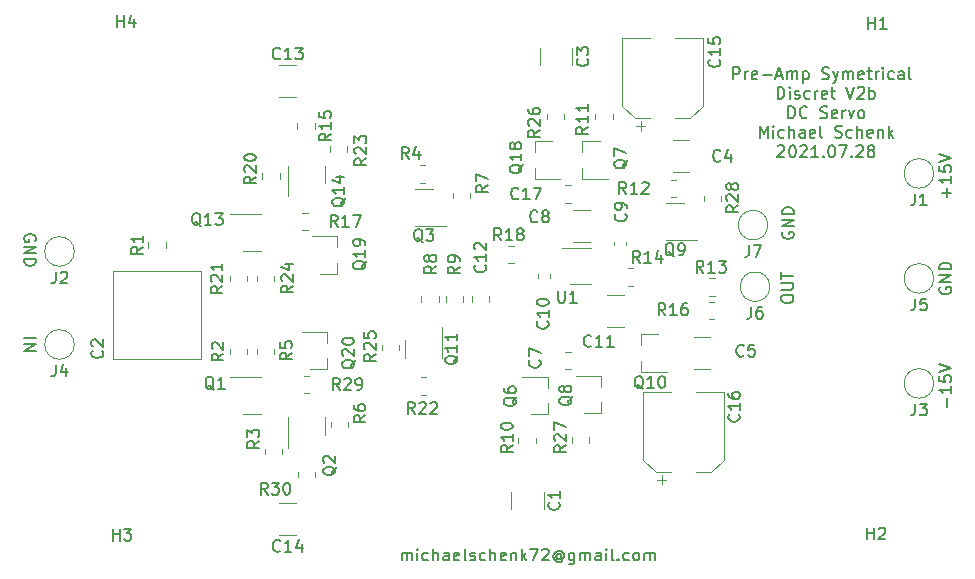
<source format=gbr>
G04 #@! TF.GenerationSoftware,KiCad,Pcbnew,(5.1.10-0-10_14)*
G04 #@! TF.CreationDate,2021-07-28T15:02:55+02:00*
G04 #@! TF.ProjectId,pre-amp-discret,7072652d-616d-4702-9d64-697363726574,rev?*
G04 #@! TF.SameCoordinates,Original*
G04 #@! TF.FileFunction,Legend,Top*
G04 #@! TF.FilePolarity,Positive*
%FSLAX46Y46*%
G04 Gerber Fmt 4.6, Leading zero omitted, Abs format (unit mm)*
G04 Created by KiCad (PCBNEW (5.1.10-0-10_14)) date 2021-07-28 15:02:55*
%MOMM*%
%LPD*%
G01*
G04 APERTURE LIST*
%ADD10C,0.150000*%
%ADD11C,0.120000*%
G04 APERTURE END LIST*
D10*
X200731428Y-132825904D02*
X200731428Y-132064000D01*
X201112380Y-131064000D02*
X201112380Y-131635428D01*
X201112380Y-131349714D02*
X200112380Y-131349714D01*
X200255238Y-131444952D01*
X200350476Y-131540190D01*
X200398095Y-131635428D01*
X200112380Y-130159238D02*
X200112380Y-130635428D01*
X200588571Y-130683047D01*
X200540952Y-130635428D01*
X200493333Y-130540190D01*
X200493333Y-130302095D01*
X200540952Y-130206857D01*
X200588571Y-130159238D01*
X200683809Y-130111619D01*
X200921904Y-130111619D01*
X201017142Y-130159238D01*
X201064761Y-130206857D01*
X201112380Y-130302095D01*
X201112380Y-130540190D01*
X201064761Y-130635428D01*
X201017142Y-130683047D01*
X200112380Y-129825904D02*
X201112380Y-129492571D01*
X200112380Y-129159238D01*
X154563514Y-145791180D02*
X154563514Y-145124514D01*
X154563514Y-145219752D02*
X154611133Y-145172133D01*
X154706371Y-145124514D01*
X154849228Y-145124514D01*
X154944466Y-145172133D01*
X154992085Y-145267371D01*
X154992085Y-145791180D01*
X154992085Y-145267371D02*
X155039704Y-145172133D01*
X155134942Y-145124514D01*
X155277800Y-145124514D01*
X155373038Y-145172133D01*
X155420657Y-145267371D01*
X155420657Y-145791180D01*
X155896847Y-145791180D02*
X155896847Y-145124514D01*
X155896847Y-144791180D02*
X155849228Y-144838800D01*
X155896847Y-144886419D01*
X155944466Y-144838800D01*
X155896847Y-144791180D01*
X155896847Y-144886419D01*
X156801609Y-145743561D02*
X156706371Y-145791180D01*
X156515895Y-145791180D01*
X156420657Y-145743561D01*
X156373038Y-145695942D01*
X156325419Y-145600704D01*
X156325419Y-145314990D01*
X156373038Y-145219752D01*
X156420657Y-145172133D01*
X156515895Y-145124514D01*
X156706371Y-145124514D01*
X156801609Y-145172133D01*
X157230180Y-145791180D02*
X157230180Y-144791180D01*
X157658752Y-145791180D02*
X157658752Y-145267371D01*
X157611133Y-145172133D01*
X157515895Y-145124514D01*
X157373038Y-145124514D01*
X157277800Y-145172133D01*
X157230180Y-145219752D01*
X158563514Y-145791180D02*
X158563514Y-145267371D01*
X158515895Y-145172133D01*
X158420657Y-145124514D01*
X158230180Y-145124514D01*
X158134942Y-145172133D01*
X158563514Y-145743561D02*
X158468276Y-145791180D01*
X158230180Y-145791180D01*
X158134942Y-145743561D01*
X158087323Y-145648323D01*
X158087323Y-145553085D01*
X158134942Y-145457847D01*
X158230180Y-145410228D01*
X158468276Y-145410228D01*
X158563514Y-145362609D01*
X159420657Y-145743561D02*
X159325419Y-145791180D01*
X159134942Y-145791180D01*
X159039704Y-145743561D01*
X158992085Y-145648323D01*
X158992085Y-145267371D01*
X159039704Y-145172133D01*
X159134942Y-145124514D01*
X159325419Y-145124514D01*
X159420657Y-145172133D01*
X159468276Y-145267371D01*
X159468276Y-145362609D01*
X158992085Y-145457847D01*
X160039704Y-145791180D02*
X159944466Y-145743561D01*
X159896847Y-145648323D01*
X159896847Y-144791180D01*
X160373038Y-145743561D02*
X160468276Y-145791180D01*
X160658752Y-145791180D01*
X160753990Y-145743561D01*
X160801609Y-145648323D01*
X160801609Y-145600704D01*
X160753990Y-145505466D01*
X160658752Y-145457847D01*
X160515895Y-145457847D01*
X160420657Y-145410228D01*
X160373038Y-145314990D01*
X160373038Y-145267371D01*
X160420657Y-145172133D01*
X160515895Y-145124514D01*
X160658752Y-145124514D01*
X160753990Y-145172133D01*
X161658752Y-145743561D02*
X161563514Y-145791180D01*
X161373038Y-145791180D01*
X161277800Y-145743561D01*
X161230180Y-145695942D01*
X161182561Y-145600704D01*
X161182561Y-145314990D01*
X161230180Y-145219752D01*
X161277800Y-145172133D01*
X161373038Y-145124514D01*
X161563514Y-145124514D01*
X161658752Y-145172133D01*
X162087323Y-145791180D02*
X162087323Y-144791180D01*
X162515895Y-145791180D02*
X162515895Y-145267371D01*
X162468276Y-145172133D01*
X162373038Y-145124514D01*
X162230180Y-145124514D01*
X162134942Y-145172133D01*
X162087323Y-145219752D01*
X163373038Y-145743561D02*
X163277800Y-145791180D01*
X163087323Y-145791180D01*
X162992085Y-145743561D01*
X162944466Y-145648323D01*
X162944466Y-145267371D01*
X162992085Y-145172133D01*
X163087323Y-145124514D01*
X163277800Y-145124514D01*
X163373038Y-145172133D01*
X163420657Y-145267371D01*
X163420657Y-145362609D01*
X162944466Y-145457847D01*
X163849228Y-145124514D02*
X163849228Y-145791180D01*
X163849228Y-145219752D02*
X163896847Y-145172133D01*
X163992085Y-145124514D01*
X164134942Y-145124514D01*
X164230180Y-145172133D01*
X164277800Y-145267371D01*
X164277800Y-145791180D01*
X164753990Y-145791180D02*
X164753990Y-144791180D01*
X164849228Y-145410228D02*
X165134942Y-145791180D01*
X165134942Y-145124514D02*
X164753990Y-145505466D01*
X165468276Y-144791180D02*
X166134942Y-144791180D01*
X165706371Y-145791180D01*
X166468276Y-144886419D02*
X166515895Y-144838800D01*
X166611133Y-144791180D01*
X166849228Y-144791180D01*
X166944466Y-144838800D01*
X166992085Y-144886419D01*
X167039704Y-144981657D01*
X167039704Y-145076895D01*
X166992085Y-145219752D01*
X166420657Y-145791180D01*
X167039704Y-145791180D01*
X168087323Y-145314990D02*
X168039704Y-145267371D01*
X167944466Y-145219752D01*
X167849228Y-145219752D01*
X167753990Y-145267371D01*
X167706371Y-145314990D01*
X167658752Y-145410228D01*
X167658752Y-145505466D01*
X167706371Y-145600704D01*
X167753990Y-145648323D01*
X167849228Y-145695942D01*
X167944466Y-145695942D01*
X168039704Y-145648323D01*
X168087323Y-145600704D01*
X168087323Y-145219752D02*
X168087323Y-145600704D01*
X168134942Y-145648323D01*
X168182561Y-145648323D01*
X168277800Y-145600704D01*
X168325419Y-145505466D01*
X168325419Y-145267371D01*
X168230180Y-145124514D01*
X168087323Y-145029276D01*
X167896847Y-144981657D01*
X167706371Y-145029276D01*
X167563514Y-145124514D01*
X167468276Y-145267371D01*
X167420657Y-145457847D01*
X167468276Y-145648323D01*
X167563514Y-145791180D01*
X167706371Y-145886419D01*
X167896847Y-145934038D01*
X168087323Y-145886419D01*
X168230180Y-145791180D01*
X169182561Y-145124514D02*
X169182561Y-145934038D01*
X169134942Y-146029276D01*
X169087323Y-146076895D01*
X168992085Y-146124514D01*
X168849228Y-146124514D01*
X168753990Y-146076895D01*
X169182561Y-145743561D02*
X169087323Y-145791180D01*
X168896847Y-145791180D01*
X168801609Y-145743561D01*
X168753990Y-145695942D01*
X168706371Y-145600704D01*
X168706371Y-145314990D01*
X168753990Y-145219752D01*
X168801609Y-145172133D01*
X168896847Y-145124514D01*
X169087323Y-145124514D01*
X169182561Y-145172133D01*
X169658752Y-145791180D02*
X169658752Y-145124514D01*
X169658752Y-145219752D02*
X169706371Y-145172133D01*
X169801609Y-145124514D01*
X169944466Y-145124514D01*
X170039704Y-145172133D01*
X170087323Y-145267371D01*
X170087323Y-145791180D01*
X170087323Y-145267371D02*
X170134942Y-145172133D01*
X170230180Y-145124514D01*
X170373038Y-145124514D01*
X170468276Y-145172133D01*
X170515895Y-145267371D01*
X170515895Y-145791180D01*
X171420657Y-145791180D02*
X171420657Y-145267371D01*
X171373038Y-145172133D01*
X171277800Y-145124514D01*
X171087323Y-145124514D01*
X170992085Y-145172133D01*
X171420657Y-145743561D02*
X171325419Y-145791180D01*
X171087323Y-145791180D01*
X170992085Y-145743561D01*
X170944466Y-145648323D01*
X170944466Y-145553085D01*
X170992085Y-145457847D01*
X171087323Y-145410228D01*
X171325419Y-145410228D01*
X171420657Y-145362609D01*
X171896847Y-145791180D02*
X171896847Y-145124514D01*
X171896847Y-144791180D02*
X171849228Y-144838800D01*
X171896847Y-144886419D01*
X171944466Y-144838800D01*
X171896847Y-144791180D01*
X171896847Y-144886419D01*
X172515895Y-145791180D02*
X172420657Y-145743561D01*
X172373038Y-145648323D01*
X172373038Y-144791180D01*
X172896847Y-145695942D02*
X172944466Y-145743561D01*
X172896847Y-145791180D01*
X172849228Y-145743561D01*
X172896847Y-145695942D01*
X172896847Y-145791180D01*
X173801609Y-145743561D02*
X173706371Y-145791180D01*
X173515895Y-145791180D01*
X173420657Y-145743561D01*
X173373038Y-145695942D01*
X173325419Y-145600704D01*
X173325419Y-145314990D01*
X173373038Y-145219752D01*
X173420657Y-145172133D01*
X173515895Y-145124514D01*
X173706371Y-145124514D01*
X173801609Y-145172133D01*
X174373038Y-145791180D02*
X174277800Y-145743561D01*
X174230180Y-145695942D01*
X174182561Y-145600704D01*
X174182561Y-145314990D01*
X174230180Y-145219752D01*
X174277800Y-145172133D01*
X174373038Y-145124514D01*
X174515895Y-145124514D01*
X174611133Y-145172133D01*
X174658752Y-145219752D01*
X174706371Y-145314990D01*
X174706371Y-145600704D01*
X174658752Y-145695942D01*
X174611133Y-145743561D01*
X174515895Y-145791180D01*
X174373038Y-145791180D01*
X175134942Y-145791180D02*
X175134942Y-145124514D01*
X175134942Y-145219752D02*
X175182561Y-145172133D01*
X175277800Y-145124514D01*
X175420657Y-145124514D01*
X175515895Y-145172133D01*
X175563514Y-145267371D01*
X175563514Y-145791180D01*
X175563514Y-145267371D02*
X175611133Y-145172133D01*
X175706371Y-145124514D01*
X175849228Y-145124514D01*
X175944466Y-145172133D01*
X175992085Y-145267371D01*
X175992085Y-145791180D01*
X182655557Y-105051580D02*
X182655557Y-104051580D01*
X183036509Y-104051580D01*
X183131747Y-104099200D01*
X183179366Y-104146819D01*
X183226985Y-104242057D01*
X183226985Y-104384914D01*
X183179366Y-104480152D01*
X183131747Y-104527771D01*
X183036509Y-104575390D01*
X182655557Y-104575390D01*
X183655557Y-105051580D02*
X183655557Y-104384914D01*
X183655557Y-104575390D02*
X183703176Y-104480152D01*
X183750795Y-104432533D01*
X183846033Y-104384914D01*
X183941271Y-104384914D01*
X184655557Y-105003961D02*
X184560319Y-105051580D01*
X184369842Y-105051580D01*
X184274604Y-105003961D01*
X184226985Y-104908723D01*
X184226985Y-104527771D01*
X184274604Y-104432533D01*
X184369842Y-104384914D01*
X184560319Y-104384914D01*
X184655557Y-104432533D01*
X184703176Y-104527771D01*
X184703176Y-104623009D01*
X184226985Y-104718247D01*
X185131747Y-104670628D02*
X185893652Y-104670628D01*
X186322223Y-104765866D02*
X186798414Y-104765866D01*
X186226985Y-105051580D02*
X186560319Y-104051580D01*
X186893652Y-105051580D01*
X187226985Y-105051580D02*
X187226985Y-104384914D01*
X187226985Y-104480152D02*
X187274604Y-104432533D01*
X187369842Y-104384914D01*
X187512700Y-104384914D01*
X187607938Y-104432533D01*
X187655557Y-104527771D01*
X187655557Y-105051580D01*
X187655557Y-104527771D02*
X187703176Y-104432533D01*
X187798414Y-104384914D01*
X187941271Y-104384914D01*
X188036509Y-104432533D01*
X188084128Y-104527771D01*
X188084128Y-105051580D01*
X188560319Y-104384914D02*
X188560319Y-105384914D01*
X188560319Y-104432533D02*
X188655557Y-104384914D01*
X188846033Y-104384914D01*
X188941271Y-104432533D01*
X188988890Y-104480152D01*
X189036509Y-104575390D01*
X189036509Y-104861104D01*
X188988890Y-104956342D01*
X188941271Y-105003961D01*
X188846033Y-105051580D01*
X188655557Y-105051580D01*
X188560319Y-105003961D01*
X190179366Y-105003961D02*
X190322223Y-105051580D01*
X190560319Y-105051580D01*
X190655557Y-105003961D01*
X190703176Y-104956342D01*
X190750795Y-104861104D01*
X190750795Y-104765866D01*
X190703176Y-104670628D01*
X190655557Y-104623009D01*
X190560319Y-104575390D01*
X190369842Y-104527771D01*
X190274604Y-104480152D01*
X190226985Y-104432533D01*
X190179366Y-104337295D01*
X190179366Y-104242057D01*
X190226985Y-104146819D01*
X190274604Y-104099200D01*
X190369842Y-104051580D01*
X190607938Y-104051580D01*
X190750795Y-104099200D01*
X191084128Y-104384914D02*
X191322223Y-105051580D01*
X191560319Y-104384914D02*
X191322223Y-105051580D01*
X191226985Y-105289676D01*
X191179366Y-105337295D01*
X191084128Y-105384914D01*
X191941271Y-105051580D02*
X191941271Y-104384914D01*
X191941271Y-104480152D02*
X191988890Y-104432533D01*
X192084128Y-104384914D01*
X192226985Y-104384914D01*
X192322223Y-104432533D01*
X192369842Y-104527771D01*
X192369842Y-105051580D01*
X192369842Y-104527771D02*
X192417461Y-104432533D01*
X192512700Y-104384914D01*
X192655557Y-104384914D01*
X192750795Y-104432533D01*
X192798414Y-104527771D01*
X192798414Y-105051580D01*
X193655557Y-105003961D02*
X193560319Y-105051580D01*
X193369842Y-105051580D01*
X193274604Y-105003961D01*
X193226985Y-104908723D01*
X193226985Y-104527771D01*
X193274604Y-104432533D01*
X193369842Y-104384914D01*
X193560319Y-104384914D01*
X193655557Y-104432533D01*
X193703176Y-104527771D01*
X193703176Y-104623009D01*
X193226985Y-104718247D01*
X193988890Y-104384914D02*
X194369842Y-104384914D01*
X194131747Y-104051580D02*
X194131747Y-104908723D01*
X194179366Y-105003961D01*
X194274604Y-105051580D01*
X194369842Y-105051580D01*
X194703176Y-105051580D02*
X194703176Y-104384914D01*
X194703176Y-104575390D02*
X194750795Y-104480152D01*
X194798414Y-104432533D01*
X194893652Y-104384914D01*
X194988890Y-104384914D01*
X195322223Y-105051580D02*
X195322223Y-104384914D01*
X195322223Y-104051580D02*
X195274604Y-104099200D01*
X195322223Y-104146819D01*
X195369842Y-104099200D01*
X195322223Y-104051580D01*
X195322223Y-104146819D01*
X196226985Y-105003961D02*
X196131747Y-105051580D01*
X195941271Y-105051580D01*
X195846033Y-105003961D01*
X195798414Y-104956342D01*
X195750795Y-104861104D01*
X195750795Y-104575390D01*
X195798414Y-104480152D01*
X195846033Y-104432533D01*
X195941271Y-104384914D01*
X196131747Y-104384914D01*
X196226985Y-104432533D01*
X197084128Y-105051580D02*
X197084128Y-104527771D01*
X197036509Y-104432533D01*
X196941271Y-104384914D01*
X196750795Y-104384914D01*
X196655557Y-104432533D01*
X197084128Y-105003961D02*
X196988890Y-105051580D01*
X196750795Y-105051580D01*
X196655557Y-105003961D01*
X196607938Y-104908723D01*
X196607938Y-104813485D01*
X196655557Y-104718247D01*
X196750795Y-104670628D01*
X196988890Y-104670628D01*
X197084128Y-104623009D01*
X197703176Y-105051580D02*
X197607938Y-105003961D01*
X197560319Y-104908723D01*
X197560319Y-104051580D01*
X186417461Y-106701580D02*
X186417461Y-105701580D01*
X186655557Y-105701580D01*
X186798414Y-105749200D01*
X186893652Y-105844438D01*
X186941271Y-105939676D01*
X186988890Y-106130152D01*
X186988890Y-106273009D01*
X186941271Y-106463485D01*
X186893652Y-106558723D01*
X186798414Y-106653961D01*
X186655557Y-106701580D01*
X186417461Y-106701580D01*
X187417461Y-106701580D02*
X187417461Y-106034914D01*
X187417461Y-105701580D02*
X187369842Y-105749200D01*
X187417461Y-105796819D01*
X187465080Y-105749200D01*
X187417461Y-105701580D01*
X187417461Y-105796819D01*
X187846033Y-106653961D02*
X187941271Y-106701580D01*
X188131747Y-106701580D01*
X188226985Y-106653961D01*
X188274604Y-106558723D01*
X188274604Y-106511104D01*
X188226985Y-106415866D01*
X188131747Y-106368247D01*
X187988890Y-106368247D01*
X187893652Y-106320628D01*
X187846033Y-106225390D01*
X187846033Y-106177771D01*
X187893652Y-106082533D01*
X187988890Y-106034914D01*
X188131747Y-106034914D01*
X188226985Y-106082533D01*
X189131747Y-106653961D02*
X189036509Y-106701580D01*
X188846033Y-106701580D01*
X188750795Y-106653961D01*
X188703176Y-106606342D01*
X188655557Y-106511104D01*
X188655557Y-106225390D01*
X188703176Y-106130152D01*
X188750795Y-106082533D01*
X188846033Y-106034914D01*
X189036509Y-106034914D01*
X189131747Y-106082533D01*
X189560319Y-106701580D02*
X189560319Y-106034914D01*
X189560319Y-106225390D02*
X189607938Y-106130152D01*
X189655557Y-106082533D01*
X189750795Y-106034914D01*
X189846033Y-106034914D01*
X190560319Y-106653961D02*
X190465080Y-106701580D01*
X190274604Y-106701580D01*
X190179366Y-106653961D01*
X190131747Y-106558723D01*
X190131747Y-106177771D01*
X190179366Y-106082533D01*
X190274604Y-106034914D01*
X190465080Y-106034914D01*
X190560319Y-106082533D01*
X190607938Y-106177771D01*
X190607938Y-106273009D01*
X190131747Y-106368247D01*
X190893652Y-106034914D02*
X191274604Y-106034914D01*
X191036509Y-105701580D02*
X191036509Y-106558723D01*
X191084128Y-106653961D01*
X191179366Y-106701580D01*
X191274604Y-106701580D01*
X192226985Y-105701580D02*
X192560319Y-106701580D01*
X192893652Y-105701580D01*
X193179366Y-105796819D02*
X193226985Y-105749200D01*
X193322223Y-105701580D01*
X193560319Y-105701580D01*
X193655557Y-105749200D01*
X193703176Y-105796819D01*
X193750795Y-105892057D01*
X193750795Y-105987295D01*
X193703176Y-106130152D01*
X193131747Y-106701580D01*
X193750795Y-106701580D01*
X194179366Y-106701580D02*
X194179366Y-105701580D01*
X194179366Y-106082533D02*
X194274604Y-106034914D01*
X194465080Y-106034914D01*
X194560319Y-106082533D01*
X194607938Y-106130152D01*
X194655557Y-106225390D01*
X194655557Y-106511104D01*
X194607938Y-106606342D01*
X194560319Y-106653961D01*
X194465080Y-106701580D01*
X194274604Y-106701580D01*
X194179366Y-106653961D01*
X187322223Y-108351580D02*
X187322223Y-107351580D01*
X187560319Y-107351580D01*
X187703176Y-107399200D01*
X187798414Y-107494438D01*
X187846033Y-107589676D01*
X187893652Y-107780152D01*
X187893652Y-107923009D01*
X187846033Y-108113485D01*
X187798414Y-108208723D01*
X187703176Y-108303961D01*
X187560319Y-108351580D01*
X187322223Y-108351580D01*
X188893652Y-108256342D02*
X188846033Y-108303961D01*
X188703176Y-108351580D01*
X188607938Y-108351580D01*
X188465080Y-108303961D01*
X188369842Y-108208723D01*
X188322223Y-108113485D01*
X188274604Y-107923009D01*
X188274604Y-107780152D01*
X188322223Y-107589676D01*
X188369842Y-107494438D01*
X188465080Y-107399200D01*
X188607938Y-107351580D01*
X188703176Y-107351580D01*
X188846033Y-107399200D01*
X188893652Y-107446819D01*
X190036509Y-108303961D02*
X190179366Y-108351580D01*
X190417461Y-108351580D01*
X190512700Y-108303961D01*
X190560319Y-108256342D01*
X190607938Y-108161104D01*
X190607938Y-108065866D01*
X190560319Y-107970628D01*
X190512700Y-107923009D01*
X190417461Y-107875390D01*
X190226985Y-107827771D01*
X190131747Y-107780152D01*
X190084128Y-107732533D01*
X190036509Y-107637295D01*
X190036509Y-107542057D01*
X190084128Y-107446819D01*
X190131747Y-107399200D01*
X190226985Y-107351580D01*
X190465080Y-107351580D01*
X190607938Y-107399200D01*
X191417461Y-108303961D02*
X191322223Y-108351580D01*
X191131747Y-108351580D01*
X191036509Y-108303961D01*
X190988890Y-108208723D01*
X190988890Y-107827771D01*
X191036509Y-107732533D01*
X191131747Y-107684914D01*
X191322223Y-107684914D01*
X191417461Y-107732533D01*
X191465080Y-107827771D01*
X191465080Y-107923009D01*
X190988890Y-108018247D01*
X191893652Y-108351580D02*
X191893652Y-107684914D01*
X191893652Y-107875390D02*
X191941271Y-107780152D01*
X191988890Y-107732533D01*
X192084128Y-107684914D01*
X192179366Y-107684914D01*
X192417461Y-107684914D02*
X192655557Y-108351580D01*
X192893652Y-107684914D01*
X193417461Y-108351580D02*
X193322223Y-108303961D01*
X193274604Y-108256342D01*
X193226985Y-108161104D01*
X193226985Y-107875390D01*
X193274604Y-107780152D01*
X193322223Y-107732533D01*
X193417461Y-107684914D01*
X193560319Y-107684914D01*
X193655557Y-107732533D01*
X193703176Y-107780152D01*
X193750795Y-107875390D01*
X193750795Y-108161104D01*
X193703176Y-108256342D01*
X193655557Y-108303961D01*
X193560319Y-108351580D01*
X193417461Y-108351580D01*
X184893652Y-110001580D02*
X184893652Y-109001580D01*
X185226985Y-109715866D01*
X185560319Y-109001580D01*
X185560319Y-110001580D01*
X186036509Y-110001580D02*
X186036509Y-109334914D01*
X186036509Y-109001580D02*
X185988890Y-109049200D01*
X186036509Y-109096819D01*
X186084128Y-109049200D01*
X186036509Y-109001580D01*
X186036509Y-109096819D01*
X186941271Y-109953961D02*
X186846033Y-110001580D01*
X186655557Y-110001580D01*
X186560319Y-109953961D01*
X186512700Y-109906342D01*
X186465080Y-109811104D01*
X186465080Y-109525390D01*
X186512700Y-109430152D01*
X186560319Y-109382533D01*
X186655557Y-109334914D01*
X186846033Y-109334914D01*
X186941271Y-109382533D01*
X187369842Y-110001580D02*
X187369842Y-109001580D01*
X187798414Y-110001580D02*
X187798414Y-109477771D01*
X187750795Y-109382533D01*
X187655557Y-109334914D01*
X187512700Y-109334914D01*
X187417461Y-109382533D01*
X187369842Y-109430152D01*
X188703176Y-110001580D02*
X188703176Y-109477771D01*
X188655557Y-109382533D01*
X188560319Y-109334914D01*
X188369842Y-109334914D01*
X188274604Y-109382533D01*
X188703176Y-109953961D02*
X188607938Y-110001580D01*
X188369842Y-110001580D01*
X188274604Y-109953961D01*
X188226985Y-109858723D01*
X188226985Y-109763485D01*
X188274604Y-109668247D01*
X188369842Y-109620628D01*
X188607938Y-109620628D01*
X188703176Y-109573009D01*
X189560319Y-109953961D02*
X189465080Y-110001580D01*
X189274604Y-110001580D01*
X189179366Y-109953961D01*
X189131747Y-109858723D01*
X189131747Y-109477771D01*
X189179366Y-109382533D01*
X189274604Y-109334914D01*
X189465080Y-109334914D01*
X189560319Y-109382533D01*
X189607938Y-109477771D01*
X189607938Y-109573009D01*
X189131747Y-109668247D01*
X190179366Y-110001580D02*
X190084128Y-109953961D01*
X190036509Y-109858723D01*
X190036509Y-109001580D01*
X191274604Y-109953961D02*
X191417461Y-110001580D01*
X191655557Y-110001580D01*
X191750795Y-109953961D01*
X191798414Y-109906342D01*
X191846033Y-109811104D01*
X191846033Y-109715866D01*
X191798414Y-109620628D01*
X191750795Y-109573009D01*
X191655557Y-109525390D01*
X191465080Y-109477771D01*
X191369842Y-109430152D01*
X191322223Y-109382533D01*
X191274604Y-109287295D01*
X191274604Y-109192057D01*
X191322223Y-109096819D01*
X191369842Y-109049200D01*
X191465080Y-109001580D01*
X191703176Y-109001580D01*
X191846033Y-109049200D01*
X192703176Y-109953961D02*
X192607938Y-110001580D01*
X192417461Y-110001580D01*
X192322223Y-109953961D01*
X192274604Y-109906342D01*
X192226985Y-109811104D01*
X192226985Y-109525390D01*
X192274604Y-109430152D01*
X192322223Y-109382533D01*
X192417461Y-109334914D01*
X192607938Y-109334914D01*
X192703176Y-109382533D01*
X193131747Y-110001580D02*
X193131747Y-109001580D01*
X193560319Y-110001580D02*
X193560319Y-109477771D01*
X193512700Y-109382533D01*
X193417461Y-109334914D01*
X193274604Y-109334914D01*
X193179366Y-109382533D01*
X193131747Y-109430152D01*
X194417461Y-109953961D02*
X194322223Y-110001580D01*
X194131747Y-110001580D01*
X194036509Y-109953961D01*
X193988890Y-109858723D01*
X193988890Y-109477771D01*
X194036509Y-109382533D01*
X194131747Y-109334914D01*
X194322223Y-109334914D01*
X194417461Y-109382533D01*
X194465080Y-109477771D01*
X194465080Y-109573009D01*
X193988890Y-109668247D01*
X194893652Y-109334914D02*
X194893652Y-110001580D01*
X194893652Y-109430152D02*
X194941271Y-109382533D01*
X195036509Y-109334914D01*
X195179366Y-109334914D01*
X195274604Y-109382533D01*
X195322223Y-109477771D01*
X195322223Y-110001580D01*
X195798414Y-110001580D02*
X195798414Y-109001580D01*
X195893652Y-109620628D02*
X196179366Y-110001580D01*
X196179366Y-109334914D02*
X195798414Y-109715866D01*
X186417461Y-110746819D02*
X186465080Y-110699200D01*
X186560319Y-110651580D01*
X186798414Y-110651580D01*
X186893652Y-110699200D01*
X186941271Y-110746819D01*
X186988890Y-110842057D01*
X186988890Y-110937295D01*
X186941271Y-111080152D01*
X186369842Y-111651580D01*
X186988890Y-111651580D01*
X187607938Y-110651580D02*
X187703176Y-110651580D01*
X187798414Y-110699200D01*
X187846033Y-110746819D01*
X187893652Y-110842057D01*
X187941271Y-111032533D01*
X187941271Y-111270628D01*
X187893652Y-111461104D01*
X187846033Y-111556342D01*
X187798414Y-111603961D01*
X187703176Y-111651580D01*
X187607938Y-111651580D01*
X187512700Y-111603961D01*
X187465080Y-111556342D01*
X187417461Y-111461104D01*
X187369842Y-111270628D01*
X187369842Y-111032533D01*
X187417461Y-110842057D01*
X187465080Y-110746819D01*
X187512700Y-110699200D01*
X187607938Y-110651580D01*
X188322223Y-110746819D02*
X188369842Y-110699200D01*
X188465080Y-110651580D01*
X188703176Y-110651580D01*
X188798414Y-110699200D01*
X188846033Y-110746819D01*
X188893652Y-110842057D01*
X188893652Y-110937295D01*
X188846033Y-111080152D01*
X188274604Y-111651580D01*
X188893652Y-111651580D01*
X189846033Y-111651580D02*
X189274604Y-111651580D01*
X189560319Y-111651580D02*
X189560319Y-110651580D01*
X189465080Y-110794438D01*
X189369842Y-110889676D01*
X189274604Y-110937295D01*
X190274604Y-111556342D02*
X190322223Y-111603961D01*
X190274604Y-111651580D01*
X190226985Y-111603961D01*
X190274604Y-111556342D01*
X190274604Y-111651580D01*
X190941271Y-110651580D02*
X191036509Y-110651580D01*
X191131747Y-110699200D01*
X191179366Y-110746819D01*
X191226985Y-110842057D01*
X191274604Y-111032533D01*
X191274604Y-111270628D01*
X191226985Y-111461104D01*
X191179366Y-111556342D01*
X191131747Y-111603961D01*
X191036509Y-111651580D01*
X190941271Y-111651580D01*
X190846033Y-111603961D01*
X190798414Y-111556342D01*
X190750795Y-111461104D01*
X190703176Y-111270628D01*
X190703176Y-111032533D01*
X190750795Y-110842057D01*
X190798414Y-110746819D01*
X190846033Y-110699200D01*
X190941271Y-110651580D01*
X191607938Y-110651580D02*
X192274604Y-110651580D01*
X191846033Y-111651580D01*
X192655557Y-111556342D02*
X192703176Y-111603961D01*
X192655557Y-111651580D01*
X192607938Y-111603961D01*
X192655557Y-111556342D01*
X192655557Y-111651580D01*
X193084128Y-110746819D02*
X193131747Y-110699200D01*
X193226985Y-110651580D01*
X193465080Y-110651580D01*
X193560319Y-110699200D01*
X193607938Y-110746819D01*
X193655557Y-110842057D01*
X193655557Y-110937295D01*
X193607938Y-111080152D01*
X193036509Y-111651580D01*
X193655557Y-111651580D01*
X194226985Y-111080152D02*
X194131747Y-111032533D01*
X194084128Y-110984914D01*
X194036509Y-110889676D01*
X194036509Y-110842057D01*
X194084128Y-110746819D01*
X194131747Y-110699200D01*
X194226985Y-110651580D01*
X194417461Y-110651580D01*
X194512700Y-110699200D01*
X194560319Y-110746819D01*
X194607938Y-110842057D01*
X194607938Y-110889676D01*
X194560319Y-110984914D01*
X194512700Y-111032533D01*
X194417461Y-111080152D01*
X194226985Y-111080152D01*
X194131747Y-111127771D01*
X194084128Y-111175390D01*
X194036509Y-111270628D01*
X194036509Y-111461104D01*
X194084128Y-111556342D01*
X194131747Y-111603961D01*
X194226985Y-111651580D01*
X194417461Y-111651580D01*
X194512700Y-111603961D01*
X194560319Y-111556342D01*
X194607938Y-111461104D01*
X194607938Y-111270628D01*
X194560319Y-111175390D01*
X194512700Y-111127771D01*
X194417461Y-111080152D01*
X186837700Y-117995604D02*
X186790080Y-118090842D01*
X186790080Y-118233700D01*
X186837700Y-118376557D01*
X186932938Y-118471795D01*
X187028176Y-118519414D01*
X187218652Y-118567033D01*
X187361509Y-118567033D01*
X187551985Y-118519414D01*
X187647223Y-118471795D01*
X187742461Y-118376557D01*
X187790080Y-118233700D01*
X187790080Y-118138461D01*
X187742461Y-117995604D01*
X187694842Y-117947985D01*
X187361509Y-117947985D01*
X187361509Y-118138461D01*
X187790080Y-117519414D02*
X186790080Y-117519414D01*
X187790080Y-116947985D01*
X186790080Y-116947985D01*
X187790080Y-116471795D02*
X186790080Y-116471795D01*
X186790080Y-116233700D01*
X186837700Y-116090842D01*
X186932938Y-115995604D01*
X187028176Y-115947985D01*
X187218652Y-115900366D01*
X187361509Y-115900366D01*
X187551985Y-115947985D01*
X187647223Y-115995604D01*
X187742461Y-116090842D01*
X187790080Y-116233700D01*
X187790080Y-116471795D01*
X186726580Y-123720100D02*
X186726580Y-123529623D01*
X186774200Y-123434385D01*
X186869438Y-123339147D01*
X187059914Y-123291528D01*
X187393247Y-123291528D01*
X187583723Y-123339147D01*
X187678961Y-123434385D01*
X187726580Y-123529623D01*
X187726580Y-123720100D01*
X187678961Y-123815338D01*
X187583723Y-123910576D01*
X187393247Y-123958195D01*
X187059914Y-123958195D01*
X186869438Y-123910576D01*
X186774200Y-123815338D01*
X186726580Y-123720100D01*
X186726580Y-122862957D02*
X187536104Y-122862957D01*
X187631342Y-122815338D01*
X187678961Y-122767719D01*
X187726580Y-122672480D01*
X187726580Y-122482004D01*
X187678961Y-122386766D01*
X187631342Y-122339147D01*
X187536104Y-122291528D01*
X186726580Y-122291528D01*
X186726580Y-121958195D02*
X186726580Y-121386766D01*
X187726580Y-121672480D02*
X186726580Y-121672480D01*
X123563000Y-118745095D02*
X123610619Y-118649857D01*
X123610619Y-118507000D01*
X123563000Y-118364142D01*
X123467761Y-118268904D01*
X123372523Y-118221285D01*
X123182047Y-118173666D01*
X123039190Y-118173666D01*
X122848714Y-118221285D01*
X122753476Y-118268904D01*
X122658238Y-118364142D01*
X122610619Y-118507000D01*
X122610619Y-118602238D01*
X122658238Y-118745095D01*
X122705857Y-118792714D01*
X123039190Y-118792714D01*
X123039190Y-118602238D01*
X122610619Y-119221285D02*
X123610619Y-119221285D01*
X122610619Y-119792714D01*
X123610619Y-119792714D01*
X122610619Y-120268904D02*
X123610619Y-120268904D01*
X123610619Y-120507000D01*
X123563000Y-120649857D01*
X123467761Y-120745095D01*
X123372523Y-120792714D01*
X123182047Y-120840333D01*
X123039190Y-120840333D01*
X122848714Y-120792714D01*
X122753476Y-120745095D01*
X122658238Y-120649857D01*
X122610619Y-120507000D01*
X122610619Y-120268904D01*
X122610619Y-126984190D02*
X123610619Y-126984190D01*
X122610619Y-127460380D02*
X123610619Y-127460380D01*
X122610619Y-128031809D01*
X123610619Y-128031809D01*
X200160000Y-122681904D02*
X200112380Y-122777142D01*
X200112380Y-122920000D01*
X200160000Y-123062857D01*
X200255238Y-123158095D01*
X200350476Y-123205714D01*
X200540952Y-123253333D01*
X200683809Y-123253333D01*
X200874285Y-123205714D01*
X200969523Y-123158095D01*
X201064761Y-123062857D01*
X201112380Y-122920000D01*
X201112380Y-122824761D01*
X201064761Y-122681904D01*
X201017142Y-122634285D01*
X200683809Y-122634285D01*
X200683809Y-122824761D01*
X201112380Y-122205714D02*
X200112380Y-122205714D01*
X201112380Y-121634285D01*
X200112380Y-121634285D01*
X201112380Y-121158095D02*
X200112380Y-121158095D01*
X200112380Y-120920000D01*
X200160000Y-120777142D01*
X200255238Y-120681904D01*
X200350476Y-120634285D01*
X200540952Y-120586666D01*
X200683809Y-120586666D01*
X200874285Y-120634285D01*
X200969523Y-120681904D01*
X201064761Y-120777142D01*
X201112380Y-120920000D01*
X201112380Y-121158095D01*
X200731428Y-115045904D02*
X200731428Y-114284000D01*
X201112380Y-114664952D02*
X200350476Y-114664952D01*
X201112380Y-113284000D02*
X201112380Y-113855428D01*
X201112380Y-113569714D02*
X200112380Y-113569714D01*
X200255238Y-113664952D01*
X200350476Y-113760190D01*
X200398095Y-113855428D01*
X200112380Y-112379238D02*
X200112380Y-112855428D01*
X200588571Y-112903047D01*
X200540952Y-112855428D01*
X200493333Y-112760190D01*
X200493333Y-112522095D01*
X200540952Y-112426857D01*
X200588571Y-112379238D01*
X200683809Y-112331619D01*
X200921904Y-112331619D01*
X201017142Y-112379238D01*
X201064761Y-112426857D01*
X201112380Y-112522095D01*
X201112380Y-112760190D01*
X201064761Y-112855428D01*
X201017142Y-112903047D01*
X200112380Y-112045904D02*
X201112380Y-111712571D01*
X200112380Y-111379238D01*
D11*
X181845000Y-131497000D02*
X179495000Y-131497000D01*
X175025000Y-131497000D02*
X177375000Y-131497000D01*
X175025000Y-137252563D02*
X175025000Y-131497000D01*
X181845000Y-137252563D02*
X181845000Y-131497000D01*
X180780563Y-138317000D02*
X179495000Y-138317000D01*
X176089437Y-138317000D02*
X177375000Y-138317000D01*
X176089437Y-138317000D02*
X175025000Y-137252563D01*
X180780563Y-138317000D02*
X181845000Y-137252563D01*
X176587500Y-139344500D02*
X176587500Y-138557000D01*
X176193750Y-138950750D02*
X176981250Y-138950750D01*
X180067000Y-101555500D02*
X177717000Y-101555500D01*
X173247000Y-101555500D02*
X175597000Y-101555500D01*
X173247000Y-107311063D02*
X173247000Y-101555500D01*
X180067000Y-107311063D02*
X180067000Y-101555500D01*
X179002563Y-108375500D02*
X177717000Y-108375500D01*
X174311437Y-108375500D02*
X175597000Y-108375500D01*
X174311437Y-108375500D02*
X173247000Y-107311063D01*
X179002563Y-108375500D02*
X180067000Y-107311063D01*
X174809500Y-109403000D02*
X174809500Y-108615500D01*
X174415750Y-109009250D02*
X175203250Y-109009250D01*
X145643252Y-143663500D02*
X144220748Y-143663500D01*
X145643252Y-140943500D02*
X144220748Y-140943500D01*
X144220748Y-103859500D02*
X145643252Y-103859500D01*
X144220748Y-106579500D02*
X145643252Y-106579500D01*
X173389252Y-126010500D02*
X171966748Y-126010500D01*
X173389252Y-123290500D02*
X171966748Y-123290500D01*
X169066248Y-116115000D02*
X170488752Y-116115000D01*
X169066248Y-118835000D02*
X170488752Y-118835000D01*
X179286248Y-126846500D02*
X180708752Y-126846500D01*
X179286248Y-129566500D02*
X180708752Y-129566500D01*
X178930752Y-112929500D02*
X177508248Y-112929500D01*
X178930752Y-110209500D02*
X177508248Y-110209500D01*
X169000000Y-102437748D02*
X169000000Y-103860252D01*
X166280000Y-102437748D02*
X166280000Y-103860252D01*
X166587000Y-140004748D02*
X166587000Y-141427252D01*
X163867000Y-140004748D02*
X163867000Y-141427252D01*
X168832000Y-122403000D02*
X170592000Y-122403000D01*
X170592000Y-119333000D02*
X168162000Y-119333000D01*
X164073064Y-120623000D02*
X163618936Y-120623000D01*
X164073064Y-119153000D02*
X163618936Y-119153000D01*
X181059064Y-125385500D02*
X180604936Y-125385500D01*
X181059064Y-123915500D02*
X180604936Y-123915500D01*
X173699436Y-121058000D02*
X174153564Y-121058000D01*
X173699436Y-122528000D02*
X174153564Y-122528000D01*
X166114000Y-121849267D02*
X166114000Y-121556733D01*
X167134000Y-121849267D02*
X167134000Y-121556733D01*
X173611000Y-118826233D02*
X173611000Y-119118767D01*
X172591000Y-118826233D02*
X172591000Y-119118767D01*
X144975100Y-134424000D02*
X144975100Y-136274000D01*
X144975100Y-134424000D02*
X144975100Y-133674000D01*
X148095100Y-134424000D02*
X148095100Y-135174000D01*
X148095100Y-134424000D02*
X148095100Y-133674000D01*
X141928000Y-130263500D02*
X140078000Y-130263500D01*
X141928000Y-130263500D02*
X142678000Y-130263500D01*
X141928000Y-133383500D02*
X141178000Y-133383500D01*
X141928000Y-133383500D02*
X142678000Y-133383500D01*
X177731000Y-118666700D02*
X179581000Y-118666700D01*
X177731000Y-118666700D02*
X176981000Y-118666700D01*
X177731000Y-115546700D02*
X178481000Y-115546700D01*
X177731000Y-115546700D02*
X176981000Y-115546700D01*
X156458500Y-117457700D02*
X158308500Y-117457700D01*
X156458500Y-117457700D02*
X155708500Y-117457700D01*
X156458500Y-114337700D02*
X157208500Y-114337700D01*
X156458500Y-114337700D02*
X155708500Y-114337700D01*
X141904300Y-116463600D02*
X140054300Y-116463600D01*
X141904300Y-116463600D02*
X142654300Y-116463600D01*
X141904300Y-119583600D02*
X141154300Y-119583600D01*
X141904300Y-119583600D02*
X142654300Y-119583600D01*
X148052000Y-113124400D02*
X148052000Y-112374400D01*
X148052000Y-113124400D02*
X148052000Y-113874400D01*
X144932000Y-113124400D02*
X144932000Y-112374400D01*
X144932000Y-113124400D02*
X144932000Y-114974400D01*
X157950300Y-127878800D02*
X157950300Y-126028800D01*
X157950300Y-127878800D02*
X157950300Y-128628800D01*
X154830300Y-127878800D02*
X154830300Y-127128800D01*
X154830300Y-127878800D02*
X154830300Y-128628800D01*
X145797600Y-138313936D02*
X145797600Y-138768064D01*
X147267600Y-138313936D02*
X147267600Y-138768064D01*
X146737564Y-130151200D02*
X146283436Y-130151200D01*
X146737564Y-131621200D02*
X146283436Y-131621200D01*
X146610564Y-116371700D02*
X146156436Y-116371700D01*
X146610564Y-117841700D02*
X146156436Y-117841700D01*
X145746800Y-108793036D02*
X145746800Y-109247164D01*
X147216800Y-108793036D02*
X147216800Y-109247164D01*
X148292600Y-129623900D02*
X146832600Y-129623900D01*
X148292600Y-126463900D02*
X146132600Y-126463900D01*
X148292600Y-126463900D02*
X148292600Y-127393900D01*
X148292600Y-129623900D02*
X148292600Y-128693900D01*
X149143500Y-121529000D02*
X147683500Y-121529000D01*
X149143500Y-118369000D02*
X146983500Y-118369000D01*
X149143500Y-118369000D02*
X149143500Y-119299000D01*
X149143500Y-121529000D02*
X149143500Y-120599000D01*
X143016300Y-136345436D02*
X143016300Y-136799564D01*
X144486300Y-136345436D02*
X144486300Y-136799564D01*
X165854600Y-110304500D02*
X165854600Y-111234500D01*
X165854600Y-113464500D02*
X165854600Y-112534500D01*
X165854600Y-113464500D02*
X168014600Y-113464500D01*
X165854600Y-110304500D02*
X167314600Y-110304500D01*
X181071764Y-121896200D02*
X180617636Y-121896200D01*
X181071764Y-123366200D02*
X180617636Y-123366200D01*
X180163800Y-115368564D02*
X180163800Y-114914436D01*
X181633800Y-115368564D02*
X181633800Y-114914436D01*
X170457800Y-135367536D02*
X170457800Y-135821664D01*
X168987800Y-135367536D02*
X168987800Y-135821664D01*
X168349600Y-107960936D02*
X168349600Y-108415064D01*
X166879600Y-107960936D02*
X166879600Y-108415064D01*
X152884200Y-127973064D02*
X152884200Y-127518936D01*
X154354200Y-127973064D02*
X154354200Y-127518936D01*
X143787800Y-121696236D02*
X143787800Y-122150364D01*
X142317800Y-121696236D02*
X142317800Y-122150364D01*
X149985400Y-110748836D02*
X149985400Y-111202964D01*
X148515400Y-110748836D02*
X148515400Y-111202964D01*
X156656264Y-131773600D02*
X156202136Y-131773600D01*
X156656264Y-130303600D02*
X156202136Y-130303600D01*
X141489100Y-121708936D02*
X141489100Y-122163064D01*
X140019100Y-121708936D02*
X140019100Y-122163064D01*
X144257700Y-113034836D02*
X144257700Y-113488964D01*
X142787700Y-113034836D02*
X142787700Y-113488964D01*
X168895752Y-115492200D02*
X168373248Y-115492200D01*
X168895752Y-114022200D02*
X168373248Y-114022200D01*
X185578800Y-117398800D02*
G75*
G03*
X185578800Y-117398800I-1251000J0D01*
G01*
X185743900Y-122618500D02*
G75*
G03*
X185743900Y-122618500I-1251000J0D01*
G01*
X199625000Y-121920000D02*
G75*
G03*
X199625000Y-121920000I-1251000J0D01*
G01*
X126854000Y-127508000D02*
G75*
G03*
X126854000Y-127508000I-1251000J0D01*
G01*
X199625000Y-130810000D02*
G75*
G03*
X199625000Y-130810000I-1251000J0D01*
G01*
X126854000Y-119634000D02*
G75*
G03*
X126854000Y-119634000I-1251000J0D01*
G01*
X199625000Y-113030000D02*
G75*
G03*
X199625000Y-113030000I-1251000J0D01*
G01*
X174846200Y-126649400D02*
X176306200Y-126649400D01*
X174846200Y-129809400D02*
X177006200Y-129809400D01*
X174846200Y-129809400D02*
X174846200Y-128879400D01*
X174846200Y-126649400D02*
X174846200Y-127579400D01*
X156093936Y-113803100D02*
X156548064Y-113803100D01*
X156093936Y-112333100D02*
X156548064Y-112333100D01*
X168895752Y-128106500D02*
X168373248Y-128106500D01*
X168895752Y-129576500D02*
X168373248Y-129576500D01*
X161974200Y-123402548D02*
X161974200Y-123925052D01*
X160504200Y-123402548D02*
X160504200Y-123925052D01*
X134593000Y-119302264D02*
X134593000Y-118848136D01*
X133123000Y-119302264D02*
X133123000Y-118848136D01*
X177379136Y-115047700D02*
X177833264Y-115047700D01*
X177379136Y-113577700D02*
X177833264Y-113577700D01*
X170969000Y-107960936D02*
X170969000Y-108415064D01*
X172439000Y-107960936D02*
X172439000Y-108415064D01*
X164466600Y-135418336D02*
X164466600Y-135872464D01*
X165936600Y-135418336D02*
X165936600Y-135872464D01*
X158332500Y-123448836D02*
X158332500Y-123902964D01*
X159802500Y-123448836D02*
X159802500Y-123902964D01*
X157707000Y-123890264D02*
X157707000Y-123436136D01*
X156237000Y-123890264D02*
X156237000Y-123436136D01*
X160361300Y-115114564D02*
X160361300Y-114660436D01*
X158891300Y-115114564D02*
X158891300Y-114660436D01*
X148591600Y-134034036D02*
X148591600Y-134488164D01*
X150061600Y-134034036D02*
X150061600Y-134488164D01*
X142330500Y-127868436D02*
X142330500Y-128322564D01*
X143800500Y-127868436D02*
X143800500Y-128322564D01*
X140044500Y-127868436D02*
X140044500Y-128322564D01*
X141514500Y-127868436D02*
X141514500Y-128322564D01*
X171495500Y-133340000D02*
X170035500Y-133340000D01*
X171495500Y-130180000D02*
X169335500Y-130180000D01*
X171495500Y-130180000D02*
X171495500Y-131110000D01*
X171495500Y-133340000D02*
X171495500Y-132410000D01*
X169880500Y-110304500D02*
X171340500Y-110304500D01*
X169880500Y-113464500D02*
X172040500Y-113464500D01*
X169880500Y-113464500D02*
X169880500Y-112534500D01*
X169880500Y-110304500D02*
X169880500Y-111234500D01*
X166955500Y-133406000D02*
X165495500Y-133406000D01*
X166955500Y-130246000D02*
X164795500Y-130246000D01*
X166955500Y-130246000D02*
X166955500Y-131176000D01*
X166955500Y-133406000D02*
X166955500Y-132476000D01*
X137578000Y-128711500D02*
X130138000Y-128711500D01*
X137578000Y-121271500D02*
X130138000Y-121271500D01*
X130138000Y-121271500D02*
X130138000Y-128711500D01*
X137578000Y-121271500D02*
X137578000Y-128711500D01*
D10*
X183110142Y-133421357D02*
X183157761Y-133468976D01*
X183205380Y-133611833D01*
X183205380Y-133707071D01*
X183157761Y-133849928D01*
X183062523Y-133945166D01*
X182967285Y-133992785D01*
X182776809Y-134040404D01*
X182633952Y-134040404D01*
X182443476Y-133992785D01*
X182348238Y-133945166D01*
X182253000Y-133849928D01*
X182205380Y-133707071D01*
X182205380Y-133611833D01*
X182253000Y-133468976D01*
X182300619Y-133421357D01*
X183205380Y-132468976D02*
X183205380Y-133040404D01*
X183205380Y-132754690D02*
X182205380Y-132754690D01*
X182348238Y-132849928D01*
X182443476Y-132945166D01*
X182491095Y-133040404D01*
X182205380Y-131611833D02*
X182205380Y-131802309D01*
X182253000Y-131897547D01*
X182300619Y-131945166D01*
X182443476Y-132040404D01*
X182633952Y-132088023D01*
X183014904Y-132088023D01*
X183110142Y-132040404D01*
X183157761Y-131992785D01*
X183205380Y-131897547D01*
X183205380Y-131707071D01*
X183157761Y-131611833D01*
X183110142Y-131564214D01*
X183014904Y-131516595D01*
X182776809Y-131516595D01*
X182681571Y-131564214D01*
X182633952Y-131611833D01*
X182586333Y-131707071D01*
X182586333Y-131897547D01*
X182633952Y-131992785D01*
X182681571Y-132040404D01*
X182776809Y-132088023D01*
X181459142Y-103385857D02*
X181506761Y-103433476D01*
X181554380Y-103576333D01*
X181554380Y-103671571D01*
X181506761Y-103814428D01*
X181411523Y-103909666D01*
X181316285Y-103957285D01*
X181125809Y-104004904D01*
X180982952Y-104004904D01*
X180792476Y-103957285D01*
X180697238Y-103909666D01*
X180602000Y-103814428D01*
X180554380Y-103671571D01*
X180554380Y-103576333D01*
X180602000Y-103433476D01*
X180649619Y-103385857D01*
X181554380Y-102433476D02*
X181554380Y-103004904D01*
X181554380Y-102719190D02*
X180554380Y-102719190D01*
X180697238Y-102814428D01*
X180792476Y-102909666D01*
X180840095Y-103004904D01*
X180554380Y-101528714D02*
X180554380Y-102004904D01*
X181030571Y-102052523D01*
X180982952Y-102004904D01*
X180935333Y-101909666D01*
X180935333Y-101671571D01*
X180982952Y-101576333D01*
X181030571Y-101528714D01*
X181125809Y-101481095D01*
X181363904Y-101481095D01*
X181459142Y-101528714D01*
X181506761Y-101576333D01*
X181554380Y-101671571D01*
X181554380Y-101909666D01*
X181506761Y-102004904D01*
X181459142Y-102052523D01*
X144289142Y-144960642D02*
X144241523Y-145008261D01*
X144098666Y-145055880D01*
X144003428Y-145055880D01*
X143860571Y-145008261D01*
X143765333Y-144913023D01*
X143717714Y-144817785D01*
X143670095Y-144627309D01*
X143670095Y-144484452D01*
X143717714Y-144293976D01*
X143765333Y-144198738D01*
X143860571Y-144103500D01*
X144003428Y-144055880D01*
X144098666Y-144055880D01*
X144241523Y-144103500D01*
X144289142Y-144151119D01*
X145241523Y-145055880D02*
X144670095Y-145055880D01*
X144955809Y-145055880D02*
X144955809Y-144055880D01*
X144860571Y-144198738D01*
X144765333Y-144293976D01*
X144670095Y-144341595D01*
X146098666Y-144389214D02*
X146098666Y-145055880D01*
X145860571Y-144008261D02*
X145622476Y-144722547D01*
X146241523Y-144722547D01*
X144289142Y-103276642D02*
X144241523Y-103324261D01*
X144098666Y-103371880D01*
X144003428Y-103371880D01*
X143860571Y-103324261D01*
X143765333Y-103229023D01*
X143717714Y-103133785D01*
X143670095Y-102943309D01*
X143670095Y-102800452D01*
X143717714Y-102609976D01*
X143765333Y-102514738D01*
X143860571Y-102419500D01*
X144003428Y-102371880D01*
X144098666Y-102371880D01*
X144241523Y-102419500D01*
X144289142Y-102467119D01*
X145241523Y-103371880D02*
X144670095Y-103371880D01*
X144955809Y-103371880D02*
X144955809Y-102371880D01*
X144860571Y-102514738D01*
X144765333Y-102609976D01*
X144670095Y-102657595D01*
X145574857Y-102371880D02*
X146193904Y-102371880D01*
X145860571Y-102752833D01*
X146003428Y-102752833D01*
X146098666Y-102800452D01*
X146146285Y-102848071D01*
X146193904Y-102943309D01*
X146193904Y-103181404D01*
X146146285Y-103276642D01*
X146098666Y-103324261D01*
X146003428Y-103371880D01*
X145717714Y-103371880D01*
X145622476Y-103324261D01*
X145574857Y-103276642D01*
X170616642Y-127611142D02*
X170569023Y-127658761D01*
X170426166Y-127706380D01*
X170330928Y-127706380D01*
X170188071Y-127658761D01*
X170092833Y-127563523D01*
X170045214Y-127468285D01*
X169997595Y-127277809D01*
X169997595Y-127134952D01*
X170045214Y-126944476D01*
X170092833Y-126849238D01*
X170188071Y-126754000D01*
X170330928Y-126706380D01*
X170426166Y-126706380D01*
X170569023Y-126754000D01*
X170616642Y-126801619D01*
X171569023Y-127706380D02*
X170997595Y-127706380D01*
X171283309Y-127706380D02*
X171283309Y-126706380D01*
X171188071Y-126849238D01*
X171092833Y-126944476D01*
X170997595Y-126992095D01*
X172521404Y-127706380D02*
X171949976Y-127706380D01*
X172235690Y-127706380D02*
X172235690Y-126706380D01*
X172140452Y-126849238D01*
X172045214Y-126944476D01*
X171949976Y-126992095D01*
X166076333Y-117070142D02*
X166028714Y-117117761D01*
X165885857Y-117165380D01*
X165790619Y-117165380D01*
X165647761Y-117117761D01*
X165552523Y-117022523D01*
X165504904Y-116927285D01*
X165457285Y-116736809D01*
X165457285Y-116593952D01*
X165504904Y-116403476D01*
X165552523Y-116308238D01*
X165647761Y-116213000D01*
X165790619Y-116165380D01*
X165885857Y-116165380D01*
X166028714Y-116213000D01*
X166076333Y-116260619D01*
X166647761Y-116593952D02*
X166552523Y-116546333D01*
X166504904Y-116498714D01*
X166457285Y-116403476D01*
X166457285Y-116355857D01*
X166504904Y-116260619D01*
X166552523Y-116213000D01*
X166647761Y-116165380D01*
X166838238Y-116165380D01*
X166933476Y-116213000D01*
X166981095Y-116260619D01*
X167028714Y-116355857D01*
X167028714Y-116403476D01*
X166981095Y-116498714D01*
X166933476Y-116546333D01*
X166838238Y-116593952D01*
X166647761Y-116593952D01*
X166552523Y-116641571D01*
X166504904Y-116689190D01*
X166457285Y-116784428D01*
X166457285Y-116974904D01*
X166504904Y-117070142D01*
X166552523Y-117117761D01*
X166647761Y-117165380D01*
X166838238Y-117165380D01*
X166933476Y-117117761D01*
X166981095Y-117070142D01*
X167028714Y-116974904D01*
X167028714Y-116784428D01*
X166981095Y-116689190D01*
X166933476Y-116641571D01*
X166838238Y-116593952D01*
X183538833Y-128436642D02*
X183491214Y-128484261D01*
X183348357Y-128531880D01*
X183253119Y-128531880D01*
X183110261Y-128484261D01*
X183015023Y-128389023D01*
X182967404Y-128293785D01*
X182919785Y-128103309D01*
X182919785Y-127960452D01*
X182967404Y-127769976D01*
X183015023Y-127674738D01*
X183110261Y-127579500D01*
X183253119Y-127531880D01*
X183348357Y-127531880D01*
X183491214Y-127579500D01*
X183538833Y-127627119D01*
X184443595Y-127531880D02*
X183967404Y-127531880D01*
X183919785Y-128008071D01*
X183967404Y-127960452D01*
X184062642Y-127912833D01*
X184300738Y-127912833D01*
X184395976Y-127960452D01*
X184443595Y-128008071D01*
X184491214Y-128103309D01*
X184491214Y-128341404D01*
X184443595Y-128436642D01*
X184395976Y-128484261D01*
X184300738Y-128531880D01*
X184062642Y-128531880D01*
X183967404Y-128484261D01*
X183919785Y-128436642D01*
X181570333Y-111926642D02*
X181522714Y-111974261D01*
X181379857Y-112021880D01*
X181284619Y-112021880D01*
X181141761Y-111974261D01*
X181046523Y-111879023D01*
X180998904Y-111783785D01*
X180951285Y-111593309D01*
X180951285Y-111450452D01*
X180998904Y-111259976D01*
X181046523Y-111164738D01*
X181141761Y-111069500D01*
X181284619Y-111021880D01*
X181379857Y-111021880D01*
X181522714Y-111069500D01*
X181570333Y-111117119D01*
X182427476Y-111355214D02*
X182427476Y-112021880D01*
X182189380Y-110974261D02*
X181951285Y-111688547D01*
X182570333Y-111688547D01*
X170297142Y-103315666D02*
X170344761Y-103363285D01*
X170392380Y-103506142D01*
X170392380Y-103601380D01*
X170344761Y-103744238D01*
X170249523Y-103839476D01*
X170154285Y-103887095D01*
X169963809Y-103934714D01*
X169820952Y-103934714D01*
X169630476Y-103887095D01*
X169535238Y-103839476D01*
X169440000Y-103744238D01*
X169392380Y-103601380D01*
X169392380Y-103506142D01*
X169440000Y-103363285D01*
X169487619Y-103315666D01*
X169392380Y-102982333D02*
X169392380Y-102363285D01*
X169773333Y-102696619D01*
X169773333Y-102553761D01*
X169820952Y-102458523D01*
X169868571Y-102410904D01*
X169963809Y-102363285D01*
X170201904Y-102363285D01*
X170297142Y-102410904D01*
X170344761Y-102458523D01*
X170392380Y-102553761D01*
X170392380Y-102839476D01*
X170344761Y-102934714D01*
X170297142Y-102982333D01*
X167884142Y-140882666D02*
X167931761Y-140930285D01*
X167979380Y-141073142D01*
X167979380Y-141168380D01*
X167931761Y-141311238D01*
X167836523Y-141406476D01*
X167741285Y-141454095D01*
X167550809Y-141501714D01*
X167407952Y-141501714D01*
X167217476Y-141454095D01*
X167122238Y-141406476D01*
X167027000Y-141311238D01*
X166979380Y-141168380D01*
X166979380Y-141073142D01*
X167027000Y-140930285D01*
X167074619Y-140882666D01*
X167979380Y-139930285D02*
X167979380Y-140501714D01*
X167979380Y-140216000D02*
X166979380Y-140216000D01*
X167122238Y-140311238D01*
X167217476Y-140406476D01*
X167265095Y-140501714D01*
X167830595Y-122959880D02*
X167830595Y-123769404D01*
X167878214Y-123864642D01*
X167925833Y-123912261D01*
X168021071Y-123959880D01*
X168211547Y-123959880D01*
X168306785Y-123912261D01*
X168354404Y-123864642D01*
X168402023Y-123769404D01*
X168402023Y-122959880D01*
X169402023Y-123959880D02*
X168830595Y-123959880D01*
X169116309Y-123959880D02*
X169116309Y-122959880D01*
X169021071Y-123102738D01*
X168925833Y-123197976D01*
X168830595Y-123245595D01*
X162996642Y-118689380D02*
X162663309Y-118213190D01*
X162425214Y-118689380D02*
X162425214Y-117689380D01*
X162806166Y-117689380D01*
X162901404Y-117737000D01*
X162949023Y-117784619D01*
X162996642Y-117879857D01*
X162996642Y-118022714D01*
X162949023Y-118117952D01*
X162901404Y-118165571D01*
X162806166Y-118213190D01*
X162425214Y-118213190D01*
X163949023Y-118689380D02*
X163377595Y-118689380D01*
X163663309Y-118689380D02*
X163663309Y-117689380D01*
X163568071Y-117832238D01*
X163472833Y-117927476D01*
X163377595Y-117975095D01*
X164520452Y-118117952D02*
X164425214Y-118070333D01*
X164377595Y-118022714D01*
X164329976Y-117927476D01*
X164329976Y-117879857D01*
X164377595Y-117784619D01*
X164425214Y-117737000D01*
X164520452Y-117689380D01*
X164710928Y-117689380D01*
X164806166Y-117737000D01*
X164853785Y-117784619D01*
X164901404Y-117879857D01*
X164901404Y-117927476D01*
X164853785Y-118022714D01*
X164806166Y-118070333D01*
X164710928Y-118117952D01*
X164520452Y-118117952D01*
X164425214Y-118165571D01*
X164377595Y-118213190D01*
X164329976Y-118308428D01*
X164329976Y-118498904D01*
X164377595Y-118594142D01*
X164425214Y-118641761D01*
X164520452Y-118689380D01*
X164710928Y-118689380D01*
X164806166Y-118641761D01*
X164853785Y-118594142D01*
X164901404Y-118498904D01*
X164901404Y-118308428D01*
X164853785Y-118213190D01*
X164806166Y-118165571D01*
X164710928Y-118117952D01*
X176903142Y-125039380D02*
X176569809Y-124563190D01*
X176331714Y-125039380D02*
X176331714Y-124039380D01*
X176712666Y-124039380D01*
X176807904Y-124087000D01*
X176855523Y-124134619D01*
X176903142Y-124229857D01*
X176903142Y-124372714D01*
X176855523Y-124467952D01*
X176807904Y-124515571D01*
X176712666Y-124563190D01*
X176331714Y-124563190D01*
X177855523Y-125039380D02*
X177284095Y-125039380D01*
X177569809Y-125039380D02*
X177569809Y-124039380D01*
X177474571Y-124182238D01*
X177379333Y-124277476D01*
X177284095Y-124325095D01*
X178712666Y-124039380D02*
X178522190Y-124039380D01*
X178426952Y-124087000D01*
X178379333Y-124134619D01*
X178284095Y-124277476D01*
X178236476Y-124467952D01*
X178236476Y-124848904D01*
X178284095Y-124944142D01*
X178331714Y-124991761D01*
X178426952Y-125039380D01*
X178617428Y-125039380D01*
X178712666Y-124991761D01*
X178760285Y-124944142D01*
X178807904Y-124848904D01*
X178807904Y-124610809D01*
X178760285Y-124515571D01*
X178712666Y-124467952D01*
X178617428Y-124420333D01*
X178426952Y-124420333D01*
X178331714Y-124467952D01*
X178284095Y-124515571D01*
X178236476Y-124610809D01*
X174744142Y-120594380D02*
X174410809Y-120118190D01*
X174172714Y-120594380D02*
X174172714Y-119594380D01*
X174553666Y-119594380D01*
X174648904Y-119642000D01*
X174696523Y-119689619D01*
X174744142Y-119784857D01*
X174744142Y-119927714D01*
X174696523Y-120022952D01*
X174648904Y-120070571D01*
X174553666Y-120118190D01*
X174172714Y-120118190D01*
X175696523Y-120594380D02*
X175125095Y-120594380D01*
X175410809Y-120594380D02*
X175410809Y-119594380D01*
X175315571Y-119737238D01*
X175220333Y-119832476D01*
X175125095Y-119880095D01*
X176553666Y-119927714D02*
X176553666Y-120594380D01*
X176315571Y-119546761D02*
X176077476Y-120261047D01*
X176696523Y-120261047D01*
X166917642Y-125547357D02*
X166965261Y-125594976D01*
X167012880Y-125737833D01*
X167012880Y-125833071D01*
X166965261Y-125975928D01*
X166870023Y-126071166D01*
X166774785Y-126118785D01*
X166584309Y-126166404D01*
X166441452Y-126166404D01*
X166250976Y-126118785D01*
X166155738Y-126071166D01*
X166060500Y-125975928D01*
X166012880Y-125833071D01*
X166012880Y-125737833D01*
X166060500Y-125594976D01*
X166108119Y-125547357D01*
X167012880Y-124594976D02*
X167012880Y-125166404D01*
X167012880Y-124880690D02*
X166012880Y-124880690D01*
X166155738Y-124975928D01*
X166250976Y-125071166D01*
X166298595Y-125166404D01*
X166012880Y-123975928D02*
X166012880Y-123880690D01*
X166060500Y-123785452D01*
X166108119Y-123737833D01*
X166203357Y-123690214D01*
X166393833Y-123642595D01*
X166631928Y-123642595D01*
X166822404Y-123690214D01*
X166917642Y-123737833D01*
X166965261Y-123785452D01*
X167012880Y-123880690D01*
X167012880Y-123975928D01*
X166965261Y-124071166D01*
X166917642Y-124118785D01*
X166822404Y-124166404D01*
X166631928Y-124214023D01*
X166393833Y-124214023D01*
X166203357Y-124166404D01*
X166108119Y-124118785D01*
X166060500Y-124071166D01*
X166012880Y-123975928D01*
X173521642Y-116472166D02*
X173569261Y-116519785D01*
X173616880Y-116662642D01*
X173616880Y-116757880D01*
X173569261Y-116900738D01*
X173474023Y-116995976D01*
X173378785Y-117043595D01*
X173188309Y-117091214D01*
X173045452Y-117091214D01*
X172854976Y-117043595D01*
X172759738Y-116995976D01*
X172664500Y-116900738D01*
X172616880Y-116757880D01*
X172616880Y-116662642D01*
X172664500Y-116519785D01*
X172712119Y-116472166D01*
X173616880Y-115995976D02*
X173616880Y-115805500D01*
X173569261Y-115710261D01*
X173521642Y-115662642D01*
X173378785Y-115567404D01*
X173188309Y-115519785D01*
X172807357Y-115519785D01*
X172712119Y-115567404D01*
X172664500Y-115615023D01*
X172616880Y-115710261D01*
X172616880Y-115900738D01*
X172664500Y-115995976D01*
X172712119Y-116043595D01*
X172807357Y-116091214D01*
X173045452Y-116091214D01*
X173140690Y-116043595D01*
X173188309Y-115995976D01*
X173235928Y-115900738D01*
X173235928Y-115710261D01*
X173188309Y-115615023D01*
X173140690Y-115567404D01*
X173045452Y-115519785D01*
X149023319Y-137852138D02*
X148975700Y-137947376D01*
X148880461Y-138042614D01*
X148737604Y-138185471D01*
X148689985Y-138280709D01*
X148689985Y-138375947D01*
X148928080Y-138328328D02*
X148880461Y-138423566D01*
X148785223Y-138518804D01*
X148594747Y-138566423D01*
X148261414Y-138566423D01*
X148070938Y-138518804D01*
X147975700Y-138423566D01*
X147928080Y-138328328D01*
X147928080Y-138137852D01*
X147975700Y-138042614D01*
X148070938Y-137947376D01*
X148261414Y-137899757D01*
X148594747Y-137899757D01*
X148785223Y-137947376D01*
X148880461Y-138042614D01*
X148928080Y-138137852D01*
X148928080Y-138328328D01*
X148023319Y-137518804D02*
X147975700Y-137471185D01*
X147928080Y-137375947D01*
X147928080Y-137137852D01*
X147975700Y-137042614D01*
X148023319Y-136994995D01*
X148118557Y-136947376D01*
X148213795Y-136947376D01*
X148356652Y-136994995D01*
X148928080Y-137566423D01*
X148928080Y-136947376D01*
X138690361Y-131344919D02*
X138595123Y-131297300D01*
X138499885Y-131202061D01*
X138357028Y-131059204D01*
X138261790Y-131011585D01*
X138166552Y-131011585D01*
X138214171Y-131249680D02*
X138118933Y-131202061D01*
X138023695Y-131106823D01*
X137976076Y-130916347D01*
X137976076Y-130583014D01*
X138023695Y-130392538D01*
X138118933Y-130297300D01*
X138214171Y-130249680D01*
X138404647Y-130249680D01*
X138499885Y-130297300D01*
X138595123Y-130392538D01*
X138642742Y-130583014D01*
X138642742Y-130916347D01*
X138595123Y-131106823D01*
X138499885Y-131202061D01*
X138404647Y-131249680D01*
X138214171Y-131249680D01*
X139595123Y-131249680D02*
X139023695Y-131249680D01*
X139309409Y-131249680D02*
X139309409Y-130249680D01*
X139214171Y-130392538D01*
X139118933Y-130487776D01*
X139023695Y-130535395D01*
X177635761Y-120054319D02*
X177540523Y-120006700D01*
X177445285Y-119911461D01*
X177302428Y-119768604D01*
X177207190Y-119720985D01*
X177111952Y-119720985D01*
X177159571Y-119959080D02*
X177064333Y-119911461D01*
X176969095Y-119816223D01*
X176921476Y-119625747D01*
X176921476Y-119292414D01*
X176969095Y-119101938D01*
X177064333Y-119006700D01*
X177159571Y-118959080D01*
X177350047Y-118959080D01*
X177445285Y-119006700D01*
X177540523Y-119101938D01*
X177588142Y-119292414D01*
X177588142Y-119625747D01*
X177540523Y-119816223D01*
X177445285Y-119911461D01*
X177350047Y-119959080D01*
X177159571Y-119959080D01*
X178064333Y-119959080D02*
X178254809Y-119959080D01*
X178350047Y-119911461D01*
X178397666Y-119863842D01*
X178492904Y-119720985D01*
X178540523Y-119530509D01*
X178540523Y-119149557D01*
X178492904Y-119054319D01*
X178445285Y-119006700D01*
X178350047Y-118959080D01*
X178159571Y-118959080D01*
X178064333Y-119006700D01*
X178016714Y-119054319D01*
X177969095Y-119149557D01*
X177969095Y-119387652D01*
X178016714Y-119482890D01*
X178064333Y-119530509D01*
X178159571Y-119578128D01*
X178350047Y-119578128D01*
X178445285Y-119530509D01*
X178492904Y-119482890D01*
X178540523Y-119387652D01*
X156363261Y-118845319D02*
X156268023Y-118797700D01*
X156172785Y-118702461D01*
X156029928Y-118559604D01*
X155934690Y-118511985D01*
X155839452Y-118511985D01*
X155887071Y-118750080D02*
X155791833Y-118702461D01*
X155696595Y-118607223D01*
X155648976Y-118416747D01*
X155648976Y-118083414D01*
X155696595Y-117892938D01*
X155791833Y-117797700D01*
X155887071Y-117750080D01*
X156077547Y-117750080D01*
X156172785Y-117797700D01*
X156268023Y-117892938D01*
X156315642Y-118083414D01*
X156315642Y-118416747D01*
X156268023Y-118607223D01*
X156172785Y-118702461D01*
X156077547Y-118750080D01*
X155887071Y-118750080D01*
X156648976Y-117750080D02*
X157268023Y-117750080D01*
X156934690Y-118131033D01*
X157077547Y-118131033D01*
X157172785Y-118178652D01*
X157220404Y-118226271D01*
X157268023Y-118321509D01*
X157268023Y-118559604D01*
X157220404Y-118654842D01*
X157172785Y-118702461D01*
X157077547Y-118750080D01*
X156791833Y-118750080D01*
X156696595Y-118702461D01*
X156648976Y-118654842D01*
X137566471Y-117489219D02*
X137471233Y-117441600D01*
X137375995Y-117346361D01*
X137233138Y-117203504D01*
X137137900Y-117155885D01*
X137042661Y-117155885D01*
X137090280Y-117393980D02*
X136995042Y-117346361D01*
X136899804Y-117251123D01*
X136852185Y-117060647D01*
X136852185Y-116727314D01*
X136899804Y-116536838D01*
X136995042Y-116441600D01*
X137090280Y-116393980D01*
X137280757Y-116393980D01*
X137375995Y-116441600D01*
X137471233Y-116536838D01*
X137518852Y-116727314D01*
X137518852Y-117060647D01*
X137471233Y-117251123D01*
X137375995Y-117346361D01*
X137280757Y-117393980D01*
X137090280Y-117393980D01*
X138471233Y-117393980D02*
X137899804Y-117393980D01*
X138185519Y-117393980D02*
X138185519Y-116393980D01*
X138090280Y-116536838D01*
X137995042Y-116632076D01*
X137899804Y-116679695D01*
X138804566Y-116393980D02*
X139423614Y-116393980D01*
X139090280Y-116774933D01*
X139233138Y-116774933D01*
X139328376Y-116822552D01*
X139375995Y-116870171D01*
X139423614Y-116965409D01*
X139423614Y-117203504D01*
X139375995Y-117298742D01*
X139328376Y-117346361D01*
X139233138Y-117393980D01*
X138947423Y-117393980D01*
X138852185Y-117346361D01*
X138804566Y-117298742D01*
X149785319Y-115087328D02*
X149737700Y-115182566D01*
X149642461Y-115277804D01*
X149499604Y-115420661D01*
X149451985Y-115515900D01*
X149451985Y-115611138D01*
X149690080Y-115563519D02*
X149642461Y-115658757D01*
X149547223Y-115753995D01*
X149356747Y-115801614D01*
X149023414Y-115801614D01*
X148832938Y-115753995D01*
X148737700Y-115658757D01*
X148690080Y-115563519D01*
X148690080Y-115373042D01*
X148737700Y-115277804D01*
X148832938Y-115182566D01*
X149023414Y-115134947D01*
X149356747Y-115134947D01*
X149547223Y-115182566D01*
X149642461Y-115277804D01*
X149690080Y-115373042D01*
X149690080Y-115563519D01*
X149690080Y-114182566D02*
X149690080Y-114753995D01*
X149690080Y-114468280D02*
X148690080Y-114468280D01*
X148832938Y-114563519D01*
X148928176Y-114658757D01*
X148975795Y-114753995D01*
X149023414Y-113325423D02*
X149690080Y-113325423D01*
X148642461Y-113563519D02*
X149356747Y-113801614D01*
X149356747Y-113182566D01*
X159337919Y-128450228D02*
X159290300Y-128545466D01*
X159195061Y-128640704D01*
X159052204Y-128783561D01*
X159004585Y-128878800D01*
X159004585Y-128974038D01*
X159242680Y-128926419D02*
X159195061Y-129021657D01*
X159099823Y-129116895D01*
X158909347Y-129164514D01*
X158576014Y-129164514D01*
X158385538Y-129116895D01*
X158290300Y-129021657D01*
X158242680Y-128926419D01*
X158242680Y-128735942D01*
X158290300Y-128640704D01*
X158385538Y-128545466D01*
X158576014Y-128497847D01*
X158909347Y-128497847D01*
X159099823Y-128545466D01*
X159195061Y-128640704D01*
X159242680Y-128735942D01*
X159242680Y-128926419D01*
X159242680Y-127545466D02*
X159242680Y-128116895D01*
X159242680Y-127831180D02*
X158242680Y-127831180D01*
X158385538Y-127926419D01*
X158480776Y-128021657D01*
X158528395Y-128116895D01*
X159242680Y-126593085D02*
X159242680Y-127164514D01*
X159242680Y-126878800D02*
X158242680Y-126878800D01*
X158385538Y-126974038D01*
X158480776Y-127069276D01*
X158528395Y-127164514D01*
X143235442Y-140215880D02*
X142902109Y-139739690D01*
X142664014Y-140215880D02*
X142664014Y-139215880D01*
X143044966Y-139215880D01*
X143140204Y-139263500D01*
X143187823Y-139311119D01*
X143235442Y-139406357D01*
X143235442Y-139549214D01*
X143187823Y-139644452D01*
X143140204Y-139692071D01*
X143044966Y-139739690D01*
X142664014Y-139739690D01*
X143568776Y-139215880D02*
X144187823Y-139215880D01*
X143854490Y-139596833D01*
X143997347Y-139596833D01*
X144092585Y-139644452D01*
X144140204Y-139692071D01*
X144187823Y-139787309D01*
X144187823Y-140025404D01*
X144140204Y-140120642D01*
X144092585Y-140168261D01*
X143997347Y-140215880D01*
X143711633Y-140215880D01*
X143616395Y-140168261D01*
X143568776Y-140120642D01*
X144806871Y-139215880D02*
X144902109Y-139215880D01*
X144997347Y-139263500D01*
X145044966Y-139311119D01*
X145092585Y-139406357D01*
X145140204Y-139596833D01*
X145140204Y-139834928D01*
X145092585Y-140025404D01*
X145044966Y-140120642D01*
X144997347Y-140168261D01*
X144902109Y-140215880D01*
X144806871Y-140215880D01*
X144711633Y-140168261D01*
X144664014Y-140120642D01*
X144616395Y-140025404D01*
X144568776Y-139834928D01*
X144568776Y-139596833D01*
X144616395Y-139406357D01*
X144664014Y-139311119D01*
X144711633Y-139263500D01*
X144806871Y-139215880D01*
X149331442Y-131363980D02*
X148998109Y-130887790D01*
X148760014Y-131363980D02*
X148760014Y-130363980D01*
X149140966Y-130363980D01*
X149236204Y-130411600D01*
X149283823Y-130459219D01*
X149331442Y-130554457D01*
X149331442Y-130697314D01*
X149283823Y-130792552D01*
X149236204Y-130840171D01*
X149140966Y-130887790D01*
X148760014Y-130887790D01*
X149712395Y-130459219D02*
X149760014Y-130411600D01*
X149855252Y-130363980D01*
X150093347Y-130363980D01*
X150188585Y-130411600D01*
X150236204Y-130459219D01*
X150283823Y-130554457D01*
X150283823Y-130649695D01*
X150236204Y-130792552D01*
X149664776Y-131363980D01*
X150283823Y-131363980D01*
X150760014Y-131363980D02*
X150950490Y-131363980D01*
X151045728Y-131316361D01*
X151093347Y-131268742D01*
X151188585Y-131125885D01*
X151236204Y-130935409D01*
X151236204Y-130554457D01*
X151188585Y-130459219D01*
X151140966Y-130411600D01*
X151045728Y-130363980D01*
X150855252Y-130363980D01*
X150760014Y-130411600D01*
X150712395Y-130459219D01*
X150664776Y-130554457D01*
X150664776Y-130792552D01*
X150712395Y-130887790D01*
X150760014Y-130935409D01*
X150855252Y-130983028D01*
X151045728Y-130983028D01*
X151140966Y-130935409D01*
X151188585Y-130887790D01*
X151236204Y-130792552D01*
X149153642Y-117559080D02*
X148820309Y-117082890D01*
X148582214Y-117559080D02*
X148582214Y-116559080D01*
X148963166Y-116559080D01*
X149058404Y-116606700D01*
X149106023Y-116654319D01*
X149153642Y-116749557D01*
X149153642Y-116892414D01*
X149106023Y-116987652D01*
X149058404Y-117035271D01*
X148963166Y-117082890D01*
X148582214Y-117082890D01*
X150106023Y-117559080D02*
X149534595Y-117559080D01*
X149820309Y-117559080D02*
X149820309Y-116559080D01*
X149725071Y-116701938D01*
X149629833Y-116797176D01*
X149534595Y-116844795D01*
X150439357Y-116559080D02*
X151106023Y-116559080D01*
X150677452Y-117559080D01*
X148584180Y-109662957D02*
X148107990Y-109996290D01*
X148584180Y-110234385D02*
X147584180Y-110234385D01*
X147584180Y-109853433D01*
X147631800Y-109758195D01*
X147679419Y-109710576D01*
X147774657Y-109662957D01*
X147917514Y-109662957D01*
X148012752Y-109710576D01*
X148060371Y-109758195D01*
X148107990Y-109853433D01*
X148107990Y-110234385D01*
X148584180Y-108710576D02*
X148584180Y-109282004D01*
X148584180Y-108996290D02*
X147584180Y-108996290D01*
X147727038Y-109091528D01*
X147822276Y-109186766D01*
X147869895Y-109282004D01*
X147584180Y-107805814D02*
X147584180Y-108282004D01*
X148060371Y-108329623D01*
X148012752Y-108282004D01*
X147965133Y-108186766D01*
X147965133Y-107948671D01*
X148012752Y-107853433D01*
X148060371Y-107805814D01*
X148155609Y-107758195D01*
X148393704Y-107758195D01*
X148488942Y-107805814D01*
X148536561Y-107853433D01*
X148584180Y-107948671D01*
X148584180Y-108186766D01*
X148536561Y-108282004D01*
X148488942Y-108329623D01*
X150636219Y-128808328D02*
X150588600Y-128903566D01*
X150493361Y-128998804D01*
X150350504Y-129141661D01*
X150302885Y-129236900D01*
X150302885Y-129332138D01*
X150540980Y-129284519D02*
X150493361Y-129379757D01*
X150398123Y-129474995D01*
X150207647Y-129522614D01*
X149874314Y-129522614D01*
X149683838Y-129474995D01*
X149588600Y-129379757D01*
X149540980Y-129284519D01*
X149540980Y-129094042D01*
X149588600Y-128998804D01*
X149683838Y-128903566D01*
X149874314Y-128855947D01*
X150207647Y-128855947D01*
X150398123Y-128903566D01*
X150493361Y-128998804D01*
X150540980Y-129094042D01*
X150540980Y-129284519D01*
X149636219Y-128474995D02*
X149588600Y-128427376D01*
X149540980Y-128332138D01*
X149540980Y-128094042D01*
X149588600Y-127998804D01*
X149636219Y-127951185D01*
X149731457Y-127903566D01*
X149826695Y-127903566D01*
X149969552Y-127951185D01*
X150540980Y-128522614D01*
X150540980Y-127903566D01*
X149540980Y-127284519D02*
X149540980Y-127189280D01*
X149588600Y-127094042D01*
X149636219Y-127046423D01*
X149731457Y-126998804D01*
X149921933Y-126951185D01*
X150160028Y-126951185D01*
X150350504Y-126998804D01*
X150445742Y-127046423D01*
X150493361Y-127094042D01*
X150540980Y-127189280D01*
X150540980Y-127284519D01*
X150493361Y-127379757D01*
X150445742Y-127427376D01*
X150350504Y-127474995D01*
X150160028Y-127522614D01*
X149921933Y-127522614D01*
X149731457Y-127474995D01*
X149636219Y-127427376D01*
X149588600Y-127379757D01*
X149540980Y-127284519D01*
X151563319Y-120434028D02*
X151515700Y-120529266D01*
X151420461Y-120624504D01*
X151277604Y-120767361D01*
X151229985Y-120862600D01*
X151229985Y-120957838D01*
X151468080Y-120910219D02*
X151420461Y-121005457D01*
X151325223Y-121100695D01*
X151134747Y-121148314D01*
X150801414Y-121148314D01*
X150610938Y-121100695D01*
X150515700Y-121005457D01*
X150468080Y-120910219D01*
X150468080Y-120719742D01*
X150515700Y-120624504D01*
X150610938Y-120529266D01*
X150801414Y-120481647D01*
X151134747Y-120481647D01*
X151325223Y-120529266D01*
X151420461Y-120624504D01*
X151468080Y-120719742D01*
X151468080Y-120910219D01*
X151468080Y-119529266D02*
X151468080Y-120100695D01*
X151468080Y-119814980D02*
X150468080Y-119814980D01*
X150610938Y-119910219D01*
X150706176Y-120005457D01*
X150753795Y-120100695D01*
X151468080Y-119053076D02*
X151468080Y-118862600D01*
X151420461Y-118767361D01*
X151372842Y-118719742D01*
X151229985Y-118624504D01*
X151039509Y-118576885D01*
X150658557Y-118576885D01*
X150563319Y-118624504D01*
X150515700Y-118672123D01*
X150468080Y-118767361D01*
X150468080Y-118957838D01*
X150515700Y-119053076D01*
X150563319Y-119100695D01*
X150658557Y-119148314D01*
X150896652Y-119148314D01*
X150991890Y-119100695D01*
X151039509Y-119053076D01*
X151087128Y-118957838D01*
X151087128Y-118767361D01*
X151039509Y-118672123D01*
X150991890Y-118624504D01*
X150896652Y-118576885D01*
X142514580Y-135662966D02*
X142038390Y-135996300D01*
X142514580Y-136234395D02*
X141514580Y-136234395D01*
X141514580Y-135853442D01*
X141562200Y-135758204D01*
X141609819Y-135710585D01*
X141705057Y-135662966D01*
X141847914Y-135662966D01*
X141943152Y-135710585D01*
X141990771Y-135758204D01*
X142038390Y-135853442D01*
X142038390Y-136234395D01*
X141514580Y-135329633D02*
X141514580Y-134710585D01*
X141895533Y-135043919D01*
X141895533Y-134901061D01*
X141943152Y-134805823D01*
X141990771Y-134758204D01*
X142086009Y-134710585D01*
X142324104Y-134710585D01*
X142419342Y-134758204D01*
X142466961Y-134805823D01*
X142514580Y-134901061D01*
X142514580Y-135186776D01*
X142466961Y-135282014D01*
X142419342Y-135329633D01*
X164809419Y-112262928D02*
X164761800Y-112358166D01*
X164666561Y-112453404D01*
X164523704Y-112596261D01*
X164476085Y-112691500D01*
X164476085Y-112786738D01*
X164714180Y-112739119D02*
X164666561Y-112834357D01*
X164571323Y-112929595D01*
X164380847Y-112977214D01*
X164047514Y-112977214D01*
X163857038Y-112929595D01*
X163761800Y-112834357D01*
X163714180Y-112739119D01*
X163714180Y-112548642D01*
X163761800Y-112453404D01*
X163857038Y-112358166D01*
X164047514Y-112310547D01*
X164380847Y-112310547D01*
X164571323Y-112358166D01*
X164666561Y-112453404D01*
X164714180Y-112548642D01*
X164714180Y-112739119D01*
X164714180Y-111358166D02*
X164714180Y-111929595D01*
X164714180Y-111643880D02*
X163714180Y-111643880D01*
X163857038Y-111739119D01*
X163952276Y-111834357D01*
X163999895Y-111929595D01*
X164142752Y-110786738D02*
X164095133Y-110881976D01*
X164047514Y-110929595D01*
X163952276Y-110977214D01*
X163904657Y-110977214D01*
X163809419Y-110929595D01*
X163761800Y-110881976D01*
X163714180Y-110786738D01*
X163714180Y-110596261D01*
X163761800Y-110501023D01*
X163809419Y-110453404D01*
X163904657Y-110405785D01*
X163952276Y-110405785D01*
X164047514Y-110453404D01*
X164095133Y-110501023D01*
X164142752Y-110596261D01*
X164142752Y-110786738D01*
X164190371Y-110881976D01*
X164237990Y-110929595D01*
X164333228Y-110977214D01*
X164523704Y-110977214D01*
X164618942Y-110929595D01*
X164666561Y-110881976D01*
X164714180Y-110786738D01*
X164714180Y-110596261D01*
X164666561Y-110501023D01*
X164618942Y-110453404D01*
X164523704Y-110405785D01*
X164333228Y-110405785D01*
X164237990Y-110453404D01*
X164190371Y-110501023D01*
X164142752Y-110596261D01*
X180122342Y-121432580D02*
X179789009Y-120956390D01*
X179550914Y-121432580D02*
X179550914Y-120432580D01*
X179931866Y-120432580D01*
X180027104Y-120480200D01*
X180074723Y-120527819D01*
X180122342Y-120623057D01*
X180122342Y-120765914D01*
X180074723Y-120861152D01*
X180027104Y-120908771D01*
X179931866Y-120956390D01*
X179550914Y-120956390D01*
X181074723Y-121432580D02*
X180503295Y-121432580D01*
X180789009Y-121432580D02*
X180789009Y-120432580D01*
X180693771Y-120575438D01*
X180598533Y-120670676D01*
X180503295Y-120718295D01*
X181408057Y-120432580D02*
X182027104Y-120432580D01*
X181693771Y-120813533D01*
X181836628Y-120813533D01*
X181931866Y-120861152D01*
X181979485Y-120908771D01*
X182027104Y-121004009D01*
X182027104Y-121242104D01*
X181979485Y-121337342D01*
X181931866Y-121384961D01*
X181836628Y-121432580D01*
X181550914Y-121432580D01*
X181455676Y-121384961D01*
X181408057Y-121337342D01*
X183065680Y-115742957D02*
X182589490Y-116076290D01*
X183065680Y-116314385D02*
X182065680Y-116314385D01*
X182065680Y-115933433D01*
X182113300Y-115838195D01*
X182160919Y-115790576D01*
X182256157Y-115742957D01*
X182399014Y-115742957D01*
X182494252Y-115790576D01*
X182541871Y-115838195D01*
X182589490Y-115933433D01*
X182589490Y-116314385D01*
X182160919Y-115362004D02*
X182113300Y-115314385D01*
X182065680Y-115219147D01*
X182065680Y-114981052D01*
X182113300Y-114885814D01*
X182160919Y-114838195D01*
X182256157Y-114790576D01*
X182351395Y-114790576D01*
X182494252Y-114838195D01*
X183065680Y-115409623D01*
X183065680Y-114790576D01*
X182494252Y-114219147D02*
X182446633Y-114314385D01*
X182399014Y-114362004D01*
X182303776Y-114409623D01*
X182256157Y-114409623D01*
X182160919Y-114362004D01*
X182113300Y-114314385D01*
X182065680Y-114219147D01*
X182065680Y-114028671D01*
X182113300Y-113933433D01*
X182160919Y-113885814D01*
X182256157Y-113838195D01*
X182303776Y-113838195D01*
X182399014Y-113885814D01*
X182446633Y-113933433D01*
X182494252Y-114028671D01*
X182494252Y-114219147D01*
X182541871Y-114314385D01*
X182589490Y-114362004D01*
X182684728Y-114409623D01*
X182875204Y-114409623D01*
X182970442Y-114362004D01*
X183018061Y-114314385D01*
X183065680Y-114219147D01*
X183065680Y-114028671D01*
X183018061Y-113933433D01*
X182970442Y-113885814D01*
X182875204Y-113838195D01*
X182684728Y-113838195D01*
X182589490Y-113885814D01*
X182541871Y-113933433D01*
X182494252Y-114028671D01*
X168498780Y-136050257D02*
X168022590Y-136383590D01*
X168498780Y-136621685D02*
X167498780Y-136621685D01*
X167498780Y-136240733D01*
X167546400Y-136145495D01*
X167594019Y-136097876D01*
X167689257Y-136050257D01*
X167832114Y-136050257D01*
X167927352Y-136097876D01*
X167974971Y-136145495D01*
X168022590Y-136240733D01*
X168022590Y-136621685D01*
X167594019Y-135669304D02*
X167546400Y-135621685D01*
X167498780Y-135526447D01*
X167498780Y-135288352D01*
X167546400Y-135193114D01*
X167594019Y-135145495D01*
X167689257Y-135097876D01*
X167784495Y-135097876D01*
X167927352Y-135145495D01*
X168498780Y-135716923D01*
X168498780Y-135097876D01*
X167498780Y-134764542D02*
X167498780Y-134097876D01*
X168498780Y-134526447D01*
X166288980Y-109354857D02*
X165812790Y-109688190D01*
X166288980Y-109926285D02*
X165288980Y-109926285D01*
X165288980Y-109545333D01*
X165336600Y-109450095D01*
X165384219Y-109402476D01*
X165479457Y-109354857D01*
X165622314Y-109354857D01*
X165717552Y-109402476D01*
X165765171Y-109450095D01*
X165812790Y-109545333D01*
X165812790Y-109926285D01*
X165384219Y-108973904D02*
X165336600Y-108926285D01*
X165288980Y-108831047D01*
X165288980Y-108592952D01*
X165336600Y-108497714D01*
X165384219Y-108450095D01*
X165479457Y-108402476D01*
X165574695Y-108402476D01*
X165717552Y-108450095D01*
X166288980Y-109021523D01*
X166288980Y-108402476D01*
X165288980Y-107545333D02*
X165288980Y-107735809D01*
X165336600Y-107831047D01*
X165384219Y-107878666D01*
X165527076Y-107973904D01*
X165717552Y-108021523D01*
X166098504Y-108021523D01*
X166193742Y-107973904D01*
X166241361Y-107926285D01*
X166288980Y-107831047D01*
X166288980Y-107640571D01*
X166241361Y-107545333D01*
X166193742Y-107497714D01*
X166098504Y-107450095D01*
X165860409Y-107450095D01*
X165765171Y-107497714D01*
X165717552Y-107545333D01*
X165669933Y-107640571D01*
X165669933Y-107831047D01*
X165717552Y-107926285D01*
X165765171Y-107973904D01*
X165860409Y-108021523D01*
X152369780Y-128312657D02*
X151893590Y-128645990D01*
X152369780Y-128884085D02*
X151369780Y-128884085D01*
X151369780Y-128503133D01*
X151417400Y-128407895D01*
X151465019Y-128360276D01*
X151560257Y-128312657D01*
X151703114Y-128312657D01*
X151798352Y-128360276D01*
X151845971Y-128407895D01*
X151893590Y-128503133D01*
X151893590Y-128884085D01*
X151465019Y-127931704D02*
X151417400Y-127884085D01*
X151369780Y-127788847D01*
X151369780Y-127550752D01*
X151417400Y-127455514D01*
X151465019Y-127407895D01*
X151560257Y-127360276D01*
X151655495Y-127360276D01*
X151798352Y-127407895D01*
X152369780Y-127979323D01*
X152369780Y-127360276D01*
X151369780Y-126455514D02*
X151369780Y-126931704D01*
X151845971Y-126979323D01*
X151798352Y-126931704D01*
X151750733Y-126836466D01*
X151750733Y-126598371D01*
X151798352Y-126503133D01*
X151845971Y-126455514D01*
X151941209Y-126407895D01*
X152179304Y-126407895D01*
X152274542Y-126455514D01*
X152322161Y-126503133D01*
X152369780Y-126598371D01*
X152369780Y-126836466D01*
X152322161Y-126931704D01*
X152274542Y-126979323D01*
X145384780Y-122531357D02*
X144908590Y-122864690D01*
X145384780Y-123102785D02*
X144384780Y-123102785D01*
X144384780Y-122721833D01*
X144432400Y-122626595D01*
X144480019Y-122578976D01*
X144575257Y-122531357D01*
X144718114Y-122531357D01*
X144813352Y-122578976D01*
X144860971Y-122626595D01*
X144908590Y-122721833D01*
X144908590Y-123102785D01*
X144480019Y-122150404D02*
X144432400Y-122102785D01*
X144384780Y-122007547D01*
X144384780Y-121769452D01*
X144432400Y-121674214D01*
X144480019Y-121626595D01*
X144575257Y-121578976D01*
X144670495Y-121578976D01*
X144813352Y-121626595D01*
X145384780Y-122198023D01*
X145384780Y-121578976D01*
X144718114Y-120721833D02*
X145384780Y-120721833D01*
X144337161Y-120959928D02*
X145051447Y-121198023D01*
X145051447Y-120578976D01*
X151582380Y-111755157D02*
X151106190Y-112088490D01*
X151582380Y-112326585D02*
X150582380Y-112326585D01*
X150582380Y-111945633D01*
X150630000Y-111850395D01*
X150677619Y-111802776D01*
X150772857Y-111755157D01*
X150915714Y-111755157D01*
X151010952Y-111802776D01*
X151058571Y-111850395D01*
X151106190Y-111945633D01*
X151106190Y-112326585D01*
X150677619Y-111374204D02*
X150630000Y-111326585D01*
X150582380Y-111231347D01*
X150582380Y-110993252D01*
X150630000Y-110898014D01*
X150677619Y-110850395D01*
X150772857Y-110802776D01*
X150868095Y-110802776D01*
X151010952Y-110850395D01*
X151582380Y-111421823D01*
X151582380Y-110802776D01*
X150582380Y-110469442D02*
X150582380Y-109850395D01*
X150963333Y-110183728D01*
X150963333Y-110040871D01*
X151010952Y-109945633D01*
X151058571Y-109898014D01*
X151153809Y-109850395D01*
X151391904Y-109850395D01*
X151487142Y-109898014D01*
X151534761Y-109945633D01*
X151582380Y-110040871D01*
X151582380Y-110326585D01*
X151534761Y-110421823D01*
X151487142Y-110469442D01*
X155668742Y-133383280D02*
X155335409Y-132907090D01*
X155097314Y-133383280D02*
X155097314Y-132383280D01*
X155478266Y-132383280D01*
X155573504Y-132430900D01*
X155621123Y-132478519D01*
X155668742Y-132573757D01*
X155668742Y-132716614D01*
X155621123Y-132811852D01*
X155573504Y-132859471D01*
X155478266Y-132907090D01*
X155097314Y-132907090D01*
X156049695Y-132478519D02*
X156097314Y-132430900D01*
X156192552Y-132383280D01*
X156430647Y-132383280D01*
X156525885Y-132430900D01*
X156573504Y-132478519D01*
X156621123Y-132573757D01*
X156621123Y-132668995D01*
X156573504Y-132811852D01*
X156002076Y-133383280D01*
X156621123Y-133383280D01*
X157002076Y-132478519D02*
X157049695Y-132430900D01*
X157144933Y-132383280D01*
X157383028Y-132383280D01*
X157478266Y-132430900D01*
X157525885Y-132478519D01*
X157573504Y-132573757D01*
X157573504Y-132668995D01*
X157525885Y-132811852D01*
X156954457Y-133383280D01*
X157573504Y-133383280D01*
X139403080Y-122569457D02*
X138926890Y-122902790D01*
X139403080Y-123140885D02*
X138403080Y-123140885D01*
X138403080Y-122759933D01*
X138450700Y-122664695D01*
X138498319Y-122617076D01*
X138593557Y-122569457D01*
X138736414Y-122569457D01*
X138831652Y-122617076D01*
X138879271Y-122664695D01*
X138926890Y-122759933D01*
X138926890Y-123140885D01*
X138498319Y-122188504D02*
X138450700Y-122140885D01*
X138403080Y-122045647D01*
X138403080Y-121807552D01*
X138450700Y-121712314D01*
X138498319Y-121664695D01*
X138593557Y-121617076D01*
X138688795Y-121617076D01*
X138831652Y-121664695D01*
X139403080Y-122236123D01*
X139403080Y-121617076D01*
X139403080Y-120664695D02*
X139403080Y-121236123D01*
X139403080Y-120950409D02*
X138403080Y-120950409D01*
X138545938Y-121045647D01*
X138641176Y-121140885D01*
X138688795Y-121236123D01*
X142235180Y-113304557D02*
X141758990Y-113637890D01*
X142235180Y-113875985D02*
X141235180Y-113875985D01*
X141235180Y-113495033D01*
X141282800Y-113399795D01*
X141330419Y-113352176D01*
X141425657Y-113304557D01*
X141568514Y-113304557D01*
X141663752Y-113352176D01*
X141711371Y-113399795D01*
X141758990Y-113495033D01*
X141758990Y-113875985D01*
X141330419Y-112923604D02*
X141282800Y-112875985D01*
X141235180Y-112780747D01*
X141235180Y-112542652D01*
X141282800Y-112447414D01*
X141330419Y-112399795D01*
X141425657Y-112352176D01*
X141520895Y-112352176D01*
X141663752Y-112399795D01*
X142235180Y-112971223D01*
X142235180Y-112352176D01*
X141235180Y-111733128D02*
X141235180Y-111637890D01*
X141282800Y-111542652D01*
X141330419Y-111495033D01*
X141425657Y-111447414D01*
X141616133Y-111399795D01*
X141854228Y-111399795D01*
X142044704Y-111447414D01*
X142139942Y-111495033D01*
X142187561Y-111542652D01*
X142235180Y-111637890D01*
X142235180Y-111733128D01*
X142187561Y-111828366D01*
X142139942Y-111875985D01*
X142044704Y-111923604D01*
X141854228Y-111971223D01*
X141616133Y-111971223D01*
X141425657Y-111923604D01*
X141330419Y-111875985D01*
X141282800Y-111828366D01*
X141235180Y-111733128D01*
X164457142Y-115139742D02*
X164409523Y-115187361D01*
X164266666Y-115234980D01*
X164171428Y-115234980D01*
X164028571Y-115187361D01*
X163933333Y-115092123D01*
X163885714Y-114996885D01*
X163838095Y-114806409D01*
X163838095Y-114663552D01*
X163885714Y-114473076D01*
X163933333Y-114377838D01*
X164028571Y-114282600D01*
X164171428Y-114234980D01*
X164266666Y-114234980D01*
X164409523Y-114282600D01*
X164457142Y-114330219D01*
X165409523Y-115234980D02*
X164838095Y-115234980D01*
X165123809Y-115234980D02*
X165123809Y-114234980D01*
X165028571Y-114377838D01*
X164933333Y-114473076D01*
X164838095Y-114520695D01*
X165742857Y-114234980D02*
X166409523Y-114234980D01*
X165980952Y-115234980D01*
X183994466Y-119101180D02*
X183994466Y-119815466D01*
X183946847Y-119958323D01*
X183851609Y-120053561D01*
X183708752Y-120101180D01*
X183613514Y-120101180D01*
X184375419Y-119101180D02*
X185042085Y-119101180D01*
X184613514Y-120101180D01*
X184159566Y-124320880D02*
X184159566Y-125035166D01*
X184111947Y-125178023D01*
X184016709Y-125273261D01*
X183873852Y-125320880D01*
X183778614Y-125320880D01*
X185064328Y-124320880D02*
X184873852Y-124320880D01*
X184778614Y-124368500D01*
X184730995Y-124416119D01*
X184635757Y-124558976D01*
X184588138Y-124749452D01*
X184588138Y-125130404D01*
X184635757Y-125225642D01*
X184683376Y-125273261D01*
X184778614Y-125320880D01*
X184969090Y-125320880D01*
X185064328Y-125273261D01*
X185111947Y-125225642D01*
X185159566Y-125130404D01*
X185159566Y-124892309D01*
X185111947Y-124797071D01*
X185064328Y-124749452D01*
X184969090Y-124701833D01*
X184778614Y-124701833D01*
X184683376Y-124749452D01*
X184635757Y-124797071D01*
X184588138Y-124892309D01*
X198040666Y-123622380D02*
X198040666Y-124336666D01*
X197993047Y-124479523D01*
X197897809Y-124574761D01*
X197754952Y-124622380D01*
X197659714Y-124622380D01*
X198993047Y-123622380D02*
X198516857Y-123622380D01*
X198469238Y-124098571D01*
X198516857Y-124050952D01*
X198612095Y-124003333D01*
X198850190Y-124003333D01*
X198945428Y-124050952D01*
X198993047Y-124098571D01*
X199040666Y-124193809D01*
X199040666Y-124431904D01*
X198993047Y-124527142D01*
X198945428Y-124574761D01*
X198850190Y-124622380D01*
X198612095Y-124622380D01*
X198516857Y-124574761D01*
X198469238Y-124527142D01*
X125269666Y-129210380D02*
X125269666Y-129924666D01*
X125222047Y-130067523D01*
X125126809Y-130162761D01*
X124983952Y-130210380D01*
X124888714Y-130210380D01*
X126174428Y-129543714D02*
X126174428Y-130210380D01*
X125936333Y-129162761D02*
X125698238Y-129877047D01*
X126317285Y-129877047D01*
X198040666Y-132512380D02*
X198040666Y-133226666D01*
X197993047Y-133369523D01*
X197897809Y-133464761D01*
X197754952Y-133512380D01*
X197659714Y-133512380D01*
X198421619Y-132512380D02*
X199040666Y-132512380D01*
X198707333Y-132893333D01*
X198850190Y-132893333D01*
X198945428Y-132940952D01*
X198993047Y-132988571D01*
X199040666Y-133083809D01*
X199040666Y-133321904D01*
X198993047Y-133417142D01*
X198945428Y-133464761D01*
X198850190Y-133512380D01*
X198564476Y-133512380D01*
X198469238Y-133464761D01*
X198421619Y-133417142D01*
X125269666Y-121336380D02*
X125269666Y-122050666D01*
X125222047Y-122193523D01*
X125126809Y-122288761D01*
X124983952Y-122336380D01*
X124888714Y-122336380D01*
X125698238Y-121431619D02*
X125745857Y-121384000D01*
X125841095Y-121336380D01*
X126079190Y-121336380D01*
X126174428Y-121384000D01*
X126222047Y-121431619D01*
X126269666Y-121526857D01*
X126269666Y-121622095D01*
X126222047Y-121764952D01*
X125650619Y-122336380D01*
X126269666Y-122336380D01*
X198040666Y-114732380D02*
X198040666Y-115446666D01*
X197993047Y-115589523D01*
X197897809Y-115684761D01*
X197754952Y-115732380D01*
X197659714Y-115732380D01*
X199040666Y-115732380D02*
X198469238Y-115732380D01*
X198754952Y-115732380D02*
X198754952Y-114732380D01*
X198659714Y-114875238D01*
X198564476Y-114970476D01*
X198469238Y-115018095D01*
X175034771Y-131277019D02*
X174939533Y-131229400D01*
X174844295Y-131134161D01*
X174701438Y-130991304D01*
X174606200Y-130943685D01*
X174510961Y-130943685D01*
X174558580Y-131181780D02*
X174463342Y-131134161D01*
X174368104Y-131038923D01*
X174320485Y-130848447D01*
X174320485Y-130515114D01*
X174368104Y-130324638D01*
X174463342Y-130229400D01*
X174558580Y-130181780D01*
X174749057Y-130181780D01*
X174844295Y-130229400D01*
X174939533Y-130324638D01*
X174987152Y-130515114D01*
X174987152Y-130848447D01*
X174939533Y-131038923D01*
X174844295Y-131134161D01*
X174749057Y-131181780D01*
X174558580Y-131181780D01*
X175939533Y-131181780D02*
X175368104Y-131181780D01*
X175653819Y-131181780D02*
X175653819Y-130181780D01*
X175558580Y-130324638D01*
X175463342Y-130419876D01*
X175368104Y-130467495D01*
X176558580Y-130181780D02*
X176653819Y-130181780D01*
X176749057Y-130229400D01*
X176796676Y-130277019D01*
X176844295Y-130372257D01*
X176891914Y-130562733D01*
X176891914Y-130800828D01*
X176844295Y-130991304D01*
X176796676Y-131086542D01*
X176749057Y-131134161D01*
X176653819Y-131181780D01*
X176558580Y-131181780D01*
X176463342Y-131134161D01*
X176415723Y-131086542D01*
X176368104Y-130991304D01*
X176320485Y-130800828D01*
X176320485Y-130562733D01*
X176368104Y-130372257D01*
X176415723Y-130277019D01*
X176463342Y-130229400D01*
X176558580Y-130181780D01*
X155173133Y-111793280D02*
X154839800Y-111317090D01*
X154601704Y-111793280D02*
X154601704Y-110793280D01*
X154982657Y-110793280D01*
X155077895Y-110840900D01*
X155125514Y-110888519D01*
X155173133Y-110983757D01*
X155173133Y-111126614D01*
X155125514Y-111221852D01*
X155077895Y-111269471D01*
X154982657Y-111317090D01*
X154601704Y-111317090D01*
X156030276Y-111126614D02*
X156030276Y-111793280D01*
X155792180Y-110745661D02*
X155554085Y-111459947D01*
X156173133Y-111459947D01*
X166244542Y-128843066D02*
X166292161Y-128890685D01*
X166339780Y-129033542D01*
X166339780Y-129128780D01*
X166292161Y-129271638D01*
X166196923Y-129366876D01*
X166101685Y-129414495D01*
X165911209Y-129462114D01*
X165768352Y-129462114D01*
X165577876Y-129414495D01*
X165482638Y-129366876D01*
X165387400Y-129271638D01*
X165339780Y-129128780D01*
X165339780Y-129033542D01*
X165387400Y-128890685D01*
X165435019Y-128843066D01*
X165339780Y-128509733D02*
X165339780Y-127843066D01*
X166339780Y-128271638D01*
X161634442Y-120784857D02*
X161682061Y-120832476D01*
X161729680Y-120975333D01*
X161729680Y-121070571D01*
X161682061Y-121213428D01*
X161586823Y-121308666D01*
X161491585Y-121356285D01*
X161301109Y-121403904D01*
X161158252Y-121403904D01*
X160967776Y-121356285D01*
X160872538Y-121308666D01*
X160777300Y-121213428D01*
X160729680Y-121070571D01*
X160729680Y-120975333D01*
X160777300Y-120832476D01*
X160824919Y-120784857D01*
X161729680Y-119832476D02*
X161729680Y-120403904D01*
X161729680Y-120118190D02*
X160729680Y-120118190D01*
X160872538Y-120213428D01*
X160967776Y-120308666D01*
X161015395Y-120403904D01*
X160824919Y-119451523D02*
X160777300Y-119403904D01*
X160729680Y-119308666D01*
X160729680Y-119070571D01*
X160777300Y-118975333D01*
X160824919Y-118927714D01*
X160920157Y-118880095D01*
X161015395Y-118880095D01*
X161158252Y-118927714D01*
X161729680Y-119499142D01*
X161729680Y-118880095D01*
X132660380Y-119241866D02*
X132184190Y-119575200D01*
X132660380Y-119813295D02*
X131660380Y-119813295D01*
X131660380Y-119432342D01*
X131708000Y-119337104D01*
X131755619Y-119289485D01*
X131850857Y-119241866D01*
X131993714Y-119241866D01*
X132088952Y-119289485D01*
X132136571Y-119337104D01*
X132184190Y-119432342D01*
X132184190Y-119813295D01*
X132660380Y-118289485D02*
X132660380Y-118860914D01*
X132660380Y-118575200D02*
X131660380Y-118575200D01*
X131803238Y-118670438D01*
X131898476Y-118765676D01*
X131946095Y-118860914D01*
X173575742Y-114752380D02*
X173242409Y-114276190D01*
X173004314Y-114752380D02*
X173004314Y-113752380D01*
X173385266Y-113752380D01*
X173480504Y-113800000D01*
X173528123Y-113847619D01*
X173575742Y-113942857D01*
X173575742Y-114085714D01*
X173528123Y-114180952D01*
X173480504Y-114228571D01*
X173385266Y-114276190D01*
X173004314Y-114276190D01*
X174528123Y-114752380D02*
X173956695Y-114752380D01*
X174242409Y-114752380D02*
X174242409Y-113752380D01*
X174147171Y-113895238D01*
X174051933Y-113990476D01*
X173956695Y-114038095D01*
X174909076Y-113847619D02*
X174956695Y-113800000D01*
X175051933Y-113752380D01*
X175290028Y-113752380D01*
X175385266Y-113800000D01*
X175432885Y-113847619D01*
X175480504Y-113942857D01*
X175480504Y-114038095D01*
X175432885Y-114180952D01*
X174861457Y-114752380D01*
X175480504Y-114752380D01*
X170352980Y-109094257D02*
X169876790Y-109427590D01*
X170352980Y-109665685D02*
X169352980Y-109665685D01*
X169352980Y-109284733D01*
X169400600Y-109189495D01*
X169448219Y-109141876D01*
X169543457Y-109094257D01*
X169686314Y-109094257D01*
X169781552Y-109141876D01*
X169829171Y-109189495D01*
X169876790Y-109284733D01*
X169876790Y-109665685D01*
X170352980Y-108141876D02*
X170352980Y-108713304D01*
X170352980Y-108427590D02*
X169352980Y-108427590D01*
X169495838Y-108522828D01*
X169591076Y-108618066D01*
X169638695Y-108713304D01*
X170352980Y-107189495D02*
X170352980Y-107760923D01*
X170352980Y-107475209D02*
X169352980Y-107475209D01*
X169495838Y-107570447D01*
X169591076Y-107665685D01*
X169638695Y-107760923D01*
X163977580Y-136050257D02*
X163501390Y-136383590D01*
X163977580Y-136621685D02*
X162977580Y-136621685D01*
X162977580Y-136240733D01*
X163025200Y-136145495D01*
X163072819Y-136097876D01*
X163168057Y-136050257D01*
X163310914Y-136050257D01*
X163406152Y-136097876D01*
X163453771Y-136145495D01*
X163501390Y-136240733D01*
X163501390Y-136621685D01*
X163977580Y-135097876D02*
X163977580Y-135669304D01*
X163977580Y-135383590D02*
X162977580Y-135383590D01*
X163120438Y-135478828D01*
X163215676Y-135574066D01*
X163263295Y-135669304D01*
X162977580Y-134478828D02*
X162977580Y-134383590D01*
X163025200Y-134288352D01*
X163072819Y-134240733D01*
X163168057Y-134193114D01*
X163358533Y-134145495D01*
X163596628Y-134145495D01*
X163787104Y-134193114D01*
X163882342Y-134240733D01*
X163929961Y-134288352D01*
X163977580Y-134383590D01*
X163977580Y-134478828D01*
X163929961Y-134574066D01*
X163882342Y-134621685D01*
X163787104Y-134669304D01*
X163596628Y-134716923D01*
X163358533Y-134716923D01*
X163168057Y-134669304D01*
X163072819Y-134621685D01*
X163025200Y-134574066D01*
X162977580Y-134478828D01*
X159481780Y-120918266D02*
X159005590Y-121251600D01*
X159481780Y-121489695D02*
X158481780Y-121489695D01*
X158481780Y-121108742D01*
X158529400Y-121013504D01*
X158577019Y-120965885D01*
X158672257Y-120918266D01*
X158815114Y-120918266D01*
X158910352Y-120965885D01*
X158957971Y-121013504D01*
X159005590Y-121108742D01*
X159005590Y-121489695D01*
X159481780Y-120442076D02*
X159481780Y-120251600D01*
X159434161Y-120156361D01*
X159386542Y-120108742D01*
X159243685Y-120013504D01*
X159053209Y-119965885D01*
X158672257Y-119965885D01*
X158577019Y-120013504D01*
X158529400Y-120061123D01*
X158481780Y-120156361D01*
X158481780Y-120346838D01*
X158529400Y-120442076D01*
X158577019Y-120489695D01*
X158672257Y-120537314D01*
X158910352Y-120537314D01*
X159005590Y-120489695D01*
X159053209Y-120442076D01*
X159100828Y-120346838D01*
X159100828Y-120156361D01*
X159053209Y-120061123D01*
X159005590Y-120013504D01*
X158910352Y-119965885D01*
X157500580Y-120880166D02*
X157024390Y-121213500D01*
X157500580Y-121451595D02*
X156500580Y-121451595D01*
X156500580Y-121070642D01*
X156548200Y-120975404D01*
X156595819Y-120927785D01*
X156691057Y-120880166D01*
X156833914Y-120880166D01*
X156929152Y-120927785D01*
X156976771Y-120975404D01*
X157024390Y-121070642D01*
X157024390Y-121451595D01*
X156929152Y-120308738D02*
X156881533Y-120403976D01*
X156833914Y-120451595D01*
X156738676Y-120499214D01*
X156691057Y-120499214D01*
X156595819Y-120451595D01*
X156548200Y-120403976D01*
X156500580Y-120308738D01*
X156500580Y-120118261D01*
X156548200Y-120023023D01*
X156595819Y-119975404D01*
X156691057Y-119927785D01*
X156738676Y-119927785D01*
X156833914Y-119975404D01*
X156881533Y-120023023D01*
X156929152Y-120118261D01*
X156929152Y-120308738D01*
X156976771Y-120403976D01*
X157024390Y-120451595D01*
X157119628Y-120499214D01*
X157310104Y-120499214D01*
X157405342Y-120451595D01*
X157452961Y-120403976D01*
X157500580Y-120308738D01*
X157500580Y-120118261D01*
X157452961Y-120023023D01*
X157405342Y-119975404D01*
X157310104Y-119927785D01*
X157119628Y-119927785D01*
X157024390Y-119975404D01*
X156976771Y-120023023D01*
X156929152Y-120118261D01*
X161856680Y-114038166D02*
X161380490Y-114371500D01*
X161856680Y-114609595D02*
X160856680Y-114609595D01*
X160856680Y-114228642D01*
X160904300Y-114133404D01*
X160951919Y-114085785D01*
X161047157Y-114038166D01*
X161190014Y-114038166D01*
X161285252Y-114085785D01*
X161332871Y-114133404D01*
X161380490Y-114228642D01*
X161380490Y-114609595D01*
X160856680Y-113704833D02*
X160856680Y-113038166D01*
X161856680Y-113466738D01*
X151506180Y-133503966D02*
X151029990Y-133837300D01*
X151506180Y-134075395D02*
X150506180Y-134075395D01*
X150506180Y-133694442D01*
X150553800Y-133599204D01*
X150601419Y-133551585D01*
X150696657Y-133503966D01*
X150839514Y-133503966D01*
X150934752Y-133551585D01*
X150982371Y-133599204D01*
X151029990Y-133694442D01*
X151029990Y-134075395D01*
X150506180Y-132646823D02*
X150506180Y-132837300D01*
X150553800Y-132932538D01*
X150601419Y-132980157D01*
X150744276Y-133075395D01*
X150934752Y-133123014D01*
X151315704Y-133123014D01*
X151410942Y-133075395D01*
X151458561Y-133027776D01*
X151506180Y-132932538D01*
X151506180Y-132742061D01*
X151458561Y-132646823D01*
X151410942Y-132599204D01*
X151315704Y-132551585D01*
X151077609Y-132551585D01*
X150982371Y-132599204D01*
X150934752Y-132646823D01*
X150887133Y-132742061D01*
X150887133Y-132932538D01*
X150934752Y-133027776D01*
X150982371Y-133075395D01*
X151077609Y-133123014D01*
X145295880Y-128201966D02*
X144819690Y-128535300D01*
X145295880Y-128773395D02*
X144295880Y-128773395D01*
X144295880Y-128392442D01*
X144343500Y-128297204D01*
X144391119Y-128249585D01*
X144486357Y-128201966D01*
X144629214Y-128201966D01*
X144724452Y-128249585D01*
X144772071Y-128297204D01*
X144819690Y-128392442D01*
X144819690Y-128773395D01*
X144295880Y-127297204D02*
X144295880Y-127773395D01*
X144772071Y-127821014D01*
X144724452Y-127773395D01*
X144676833Y-127678157D01*
X144676833Y-127440061D01*
X144724452Y-127344823D01*
X144772071Y-127297204D01*
X144867309Y-127249585D01*
X145105404Y-127249585D01*
X145200642Y-127297204D01*
X145248261Y-127344823D01*
X145295880Y-127440061D01*
X145295880Y-127678157D01*
X145248261Y-127773395D01*
X145200642Y-127821014D01*
X139479280Y-128278166D02*
X139003090Y-128611500D01*
X139479280Y-128849595D02*
X138479280Y-128849595D01*
X138479280Y-128468642D01*
X138526900Y-128373404D01*
X138574519Y-128325785D01*
X138669757Y-128278166D01*
X138812614Y-128278166D01*
X138907852Y-128325785D01*
X138955471Y-128373404D01*
X139003090Y-128468642D01*
X139003090Y-128849595D01*
X138574519Y-127897214D02*
X138526900Y-127849595D01*
X138479280Y-127754357D01*
X138479280Y-127516261D01*
X138526900Y-127421023D01*
X138574519Y-127373404D01*
X138669757Y-127325785D01*
X138764995Y-127325785D01*
X138907852Y-127373404D01*
X139479280Y-127944833D01*
X139479280Y-127325785D01*
X169025819Y-131895838D02*
X168978200Y-131991076D01*
X168882961Y-132086314D01*
X168740104Y-132229171D01*
X168692485Y-132324409D01*
X168692485Y-132419647D01*
X168930580Y-132372028D02*
X168882961Y-132467266D01*
X168787723Y-132562504D01*
X168597247Y-132610123D01*
X168263914Y-132610123D01*
X168073438Y-132562504D01*
X167978200Y-132467266D01*
X167930580Y-132372028D01*
X167930580Y-132181552D01*
X167978200Y-132086314D01*
X168073438Y-131991076D01*
X168263914Y-131943457D01*
X168597247Y-131943457D01*
X168787723Y-131991076D01*
X168882961Y-132086314D01*
X168930580Y-132181552D01*
X168930580Y-132372028D01*
X168359152Y-131372028D02*
X168311533Y-131467266D01*
X168263914Y-131514885D01*
X168168676Y-131562504D01*
X168121057Y-131562504D01*
X168025819Y-131514885D01*
X167978200Y-131467266D01*
X167930580Y-131372028D01*
X167930580Y-131181552D01*
X167978200Y-131086314D01*
X168025819Y-131038695D01*
X168121057Y-130991076D01*
X168168676Y-130991076D01*
X168263914Y-131038695D01*
X168311533Y-131086314D01*
X168359152Y-131181552D01*
X168359152Y-131372028D01*
X168406771Y-131467266D01*
X168454390Y-131514885D01*
X168549628Y-131562504D01*
X168740104Y-131562504D01*
X168835342Y-131514885D01*
X168882961Y-131467266D01*
X168930580Y-131372028D01*
X168930580Y-131181552D01*
X168882961Y-131086314D01*
X168835342Y-131038695D01*
X168740104Y-130991076D01*
X168549628Y-130991076D01*
X168454390Y-131038695D01*
X168406771Y-131086314D01*
X168359152Y-131181552D01*
X173661319Y-111862938D02*
X173613700Y-111958176D01*
X173518461Y-112053414D01*
X173375604Y-112196271D01*
X173327985Y-112291509D01*
X173327985Y-112386747D01*
X173566080Y-112339128D02*
X173518461Y-112434366D01*
X173423223Y-112529604D01*
X173232747Y-112577223D01*
X172899414Y-112577223D01*
X172708938Y-112529604D01*
X172613700Y-112434366D01*
X172566080Y-112339128D01*
X172566080Y-112148652D01*
X172613700Y-112053414D01*
X172708938Y-111958176D01*
X172899414Y-111910557D01*
X173232747Y-111910557D01*
X173423223Y-111958176D01*
X173518461Y-112053414D01*
X173566080Y-112148652D01*
X173566080Y-112339128D01*
X172566080Y-111577223D02*
X172566080Y-110910557D01*
X173566080Y-111339128D01*
X164326819Y-131972038D02*
X164279200Y-132067276D01*
X164183961Y-132162514D01*
X164041104Y-132305371D01*
X163993485Y-132400609D01*
X163993485Y-132495847D01*
X164231580Y-132448228D02*
X164183961Y-132543466D01*
X164088723Y-132638704D01*
X163898247Y-132686323D01*
X163564914Y-132686323D01*
X163374438Y-132638704D01*
X163279200Y-132543466D01*
X163231580Y-132448228D01*
X163231580Y-132257752D01*
X163279200Y-132162514D01*
X163374438Y-132067276D01*
X163564914Y-132019657D01*
X163898247Y-132019657D01*
X164088723Y-132067276D01*
X164183961Y-132162514D01*
X164231580Y-132257752D01*
X164231580Y-132448228D01*
X163231580Y-131162514D02*
X163231580Y-131352990D01*
X163279200Y-131448228D01*
X163326819Y-131495847D01*
X163469676Y-131591085D01*
X163660152Y-131638704D01*
X164041104Y-131638704D01*
X164136342Y-131591085D01*
X164183961Y-131543466D01*
X164231580Y-131448228D01*
X164231580Y-131257752D01*
X164183961Y-131162514D01*
X164136342Y-131114895D01*
X164041104Y-131067276D01*
X163803009Y-131067276D01*
X163707771Y-131114895D01*
X163660152Y-131162514D01*
X163612533Y-131257752D01*
X163612533Y-131448228D01*
X163660152Y-131543466D01*
X163707771Y-131591085D01*
X163803009Y-131638704D01*
X130454495Y-100629980D02*
X130454495Y-99629980D01*
X130454495Y-100106171D02*
X131025923Y-100106171D01*
X131025923Y-100629980D02*
X131025923Y-99629980D01*
X131930685Y-99963314D02*
X131930685Y-100629980D01*
X131692590Y-99582361D02*
X131454495Y-100296647D01*
X132073542Y-100296647D01*
X130124295Y-144114780D02*
X130124295Y-143114780D01*
X130124295Y-143590971D02*
X130695723Y-143590971D01*
X130695723Y-144114780D02*
X130695723Y-143114780D01*
X131076676Y-143114780D02*
X131695723Y-143114780D01*
X131362390Y-143495733D01*
X131505247Y-143495733D01*
X131600485Y-143543352D01*
X131648104Y-143590971D01*
X131695723Y-143686209D01*
X131695723Y-143924304D01*
X131648104Y-144019542D01*
X131600485Y-144067161D01*
X131505247Y-144114780D01*
X131219533Y-144114780D01*
X131124295Y-144067161D01*
X131076676Y-144019542D01*
X193954495Y-144013180D02*
X193954495Y-143013180D01*
X193954495Y-143489371D02*
X194525923Y-143489371D01*
X194525923Y-144013180D02*
X194525923Y-143013180D01*
X194954495Y-143108419D02*
X195002114Y-143060800D01*
X195097352Y-143013180D01*
X195335447Y-143013180D01*
X195430685Y-143060800D01*
X195478304Y-143108419D01*
X195525923Y-143203657D01*
X195525923Y-143298895D01*
X195478304Y-143441752D01*
X194906876Y-144013180D01*
X195525923Y-144013180D01*
X194056095Y-100782380D02*
X194056095Y-99782380D01*
X194056095Y-100258571D02*
X194627523Y-100258571D01*
X194627523Y-100782380D02*
X194627523Y-99782380D01*
X195627523Y-100782380D02*
X195056095Y-100782380D01*
X195341809Y-100782380D02*
X195341809Y-99782380D01*
X195246571Y-99925238D01*
X195151333Y-100020476D01*
X195056095Y-100068095D01*
X129211342Y-128030266D02*
X129258961Y-128077885D01*
X129306580Y-128220742D01*
X129306580Y-128315980D01*
X129258961Y-128458838D01*
X129163723Y-128554076D01*
X129068485Y-128601695D01*
X128878009Y-128649314D01*
X128735152Y-128649314D01*
X128544676Y-128601695D01*
X128449438Y-128554076D01*
X128354200Y-128458838D01*
X128306580Y-128315980D01*
X128306580Y-128220742D01*
X128354200Y-128077885D01*
X128401819Y-128030266D01*
X128401819Y-127649314D02*
X128354200Y-127601695D01*
X128306580Y-127506457D01*
X128306580Y-127268361D01*
X128354200Y-127173123D01*
X128401819Y-127125504D01*
X128497057Y-127077885D01*
X128592295Y-127077885D01*
X128735152Y-127125504D01*
X129306580Y-127696933D01*
X129306580Y-127077885D01*
M02*

</source>
